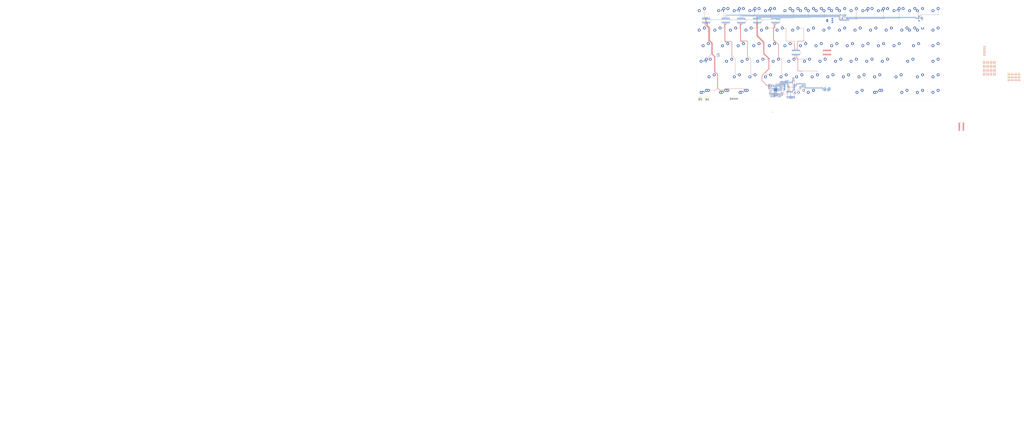
<source format=kicad_pcb>
(kicad_pcb (version 20240706) (generator "pcbnew") (generator_version "8.99")
  (layers (0 "F.Cu" signal) (31 "B.Cu" signal) (34 "B.Paste" user) (35 "F.Paste" user) (36 "B.SilkS" user "B.Silkscreen") (37 "F.SilkS" user "F.Silkscreen") (38 "B.Mask" user) (39 "F.Mask" user) (44 "Edge.Cuts" user))
  (net 0 "")
  (net 1 "+3.3V")
  (net 2 "GND")
  (net 3 "Net-(U3-PH0)")
  (net 4 "Net-(U3-PH1)")
  (net 5 "Net-(U3-VCAP_1)")
  (net 6 "Net-(U3-VCAP_2)")
  (net 7 "Net-(U13-XO)")
  (net 8 "Net-(U13-XI)")
  (net 9 "+5V")
  (net 10 "Net-(C23-Pad1)")
  (net 11 "Net-(U13-VDDA1.8)")
  (net 12 "Net-(D15-DOUT)")
  (net 13 "Net-(D15-DIN)")
  (net 14 "Net-(D33-DIN)")
  (net 15 "Net-(D80-DOUT)")
  (net 16 "RGB")
  (net 17 "Net-(D83-DOUT)")
  (net 18 "Net-(D84-DOUT)")
  (net 19 "Net-(D85-DOUT)")
  (net 20 "Net-(D87-DOUT)")
  (net 21 "Net-(D89-DOUT)")
  (net 22 "Net-(D91-DOUT)")
  (net 23 "Net-(D92-DOUT)")
  (net 25 "SWD")
  (net 26 "SWC")
  (net 27 "Net-(U3-BOOT0)")
  (net 28 "165_CS")
  (net 29 "Net-(U3-PC9)")
  (net 30 "GND1")
  (net 31 "USB_MUX")
  (net 32 "Net-(U13-VBUS)")
  (net 33 "Net-(U13-RBIAS)")
  (net 98 "esc")
  (net 99 "f1")
  (net 100 "f2")
  (net 101 "f3")
  (net 102 "t")
  (net 103 "y")
  (net 104 "u")
  (net 105 "i")
  (net 106 "o")
  (net 107 "p")
  (net 108 "[")
  (net 109 "]")
  (net 110 "\\")
  (net 111 "M2")
  (net 112 "RST")
  (net 113 "LATCH")
  (net 114 "SR_DOUT")
  (net 116 "SCK")
  (net 117 "Net-(U1-DS)")
  (net 118 "MISO")
  (net 119 "Data6")
  (net 121 "Data7")
  (net 124 "Data1")
  (net 128 "DIR")
  (net 131 "`")
  (net 135 "Data0")
  (net 138 "D+_FS")
  (net 139 "NXT")
  (net 140 "1")
  (net 142 "Data2")
  (net 143 "D-_FS")
  (net 144 "Data5")
  (net 145 "2")
  (net 148 "Data3")
  (net 149 "EEPROM")
  (net 150 "MOSI")
  (net 153 "STP")
  (net 154 "CLK")
  (net 157 "Data4")
  (net 159 "3")
  (net 160 "Net-(U4-DS)")
  (net 163 "Net-(U6-DS)")
  (net 164 "Net-(U11-Q7)")
  (net 166 "Net-(U10-D+)")
  (net 167 "Net-(U10-D-)")
  (net 168 "Net-(U10-1D-)")
  (net 169 "Net-(U10-1D+)")
  (net 170 "Net-(U11-DS)")
  (net 175 "Net-(U12-DS)")
  (net 181 "Net-(U14-DS)")
  (net 199 "Net-(J5-Pin_3)")
  (net 200 "Net-(J5-Pin_2)")
  (net 201 "tab")
  (net 202 "q")
  (net 203 "w")
  (net 204 "e")
  (net 205 "cap")
  (net 206 "a")
  (net 207 "s")
  (net 208 "d")
  (net 209 "L_S")
  (net 210 "z")
  (net 211 "x")
  (net 212 "c")
  (net 213 "L_Ctrl")
  (net 214 "L_Win")
  (net 215 "L_alt")
  (net 216 "f4")
  (net 217 "f5")
  (net 218 "f6")
  (net 219 "f7")
  (net 220 "f8")
  (net 221 "f9")
  (net 222 "f10")
  (net 223 "f11")
  (net 224 "f12")
  (net 225 "f13")
  (net 226 "M0")
  (net 227 "4")
  (net 228 "5")
  (net 229 "6")
  (net 230 "7")
  (net 231 "8")
  (net 232 "9")
  (net 233 "0")
  (net 234 "-")
  (net 235 "=")
  (net 236 "bckspc")
  (net 237 "M1")
  (net 238 "r")
  (net 239 "f")
  (net 240 "v")
  (net 241 "g")
  (net 242 "h")
  (net 243 "j")
  (net 244 "k")
  (net 245 "l")
  (net 246 ";")
  (net 247 "'")
  (net 248 "enter")
  (net 249 "M3")
  (net 250 "b")
  (net 251 "n")
  (net 252 "m")
  (net 253 ",")
  (net 254 ".")
  (net 255 "{slash}")
  (net 256 "R_S")
  (net 257 "up")
  (net 258 "M4")
  (net 259 "space")
  (net 260 "R_Ctrl")
  (net 261 "R_alt")
  (net 262 "left")
  (net 263 "down")
  (net 264 "right")
  (net 265 "M5")
  (footprint "MX_cherry:MXOnly-1U_N" (layer "F.Cu") (at 219.1 0.01)
    (property "Reference" "SW93" (hide yes))
    (property "Value" "SW_Push" (hide yes))
  )
  (footprint "MX_cherry:MXOnly-1.5U_N" (layer "F.Cu") (at 214.32 100.02)
    (property "Reference" "SW101" (hide yes))
    (property "Value" "SW_Push" (hide yes))
  )
  (footprint "Resistor_SMD:R_Array_Convex_4x0603" (layer "F.Cu") (at 357.09 65.705)
    (property "Reference" "RN8")
    (property "Value" "R_Pack04")
  )
  (footprint "MX_cherry:MXOnly-1U_N" (layer "F.Cu") (at 247.65 100.0125)
    (property "Reference" "SW88" (hide yes))
    (property "Value" "SW_Push" (hide yes))
  )
  (footprint "MX_cherry:MXOnly-1U_N" (layer "F.Cu") (at 185.7375 0)
    (property "Reference" "SW10" (hide yes))
    (property "Value" "SW_Push" (hide yes))
  )
  (footprint "MX_cherry:MXOnly-1U_N" (layer "F.Cu") (at 66.675 42.8625)
    (property "Reference" "SW34" (hide yes))
    (property "Value" "SW_Push" (hide yes))
  )
  (footprint "LED_SMD:LED_WS2812B-2020_PLCC4_2.0x2.0mm" (layer "F.Cu") (at 374.885 75.45)
    (property "Reference" "D15")
    (property "Value" "WS2812B-2020")
  )
  (footprint "MX_cherry:MXOnly-1U_N" (layer "F.Cu") (at 209.55 23.8125)
    (property "Reference" "SW27" (hide yes))
    (property "Value" "SW_Push" (hide yes))
  )
  (footprint "MX_cherry:MXOnly-1U_N" (layer "F.Cu") (at 100.0125 80.9625)
    (property "Reference" "SW65" (hide yes))
    (property "Value" "SW_Push" (hide yes))
  )
  (footprint "MX_cherry:MXOnly-1U_N" (layer "F.Cu") (at 47.625 42.8625)
    (property "Reference" "SW33" (hide yes))
    (property "Value" "SW_Push" (hide yes))
  )
  (footprint "LED_SMD:LED_WS2812B-2020_PLCC4_2.0x2.0mm" (layer "F.Cu") (at 387.155 75.45)
    (property "Reference" "D91")
    (property "Value" "WS2812B-2020")
  )
  (footprint "MX_cherry:MXOnly-1U_N" (layer "F.Cu") (at 257.2 0)
    (property "Reference" "SW95" (hide yes))
    (property "Value" "SW_Push" (hide yes))
  )
  (footprint "Resistor_SMD:R_Array_Convex_4x0603" (layer "F.Cu") (at 352.94 70.455)
    (property "Reference" "RN11")
    (property "Value" "R_Pack04")
  )
  (footprint "Resistor_SMD:R_0603_1608Metric" (layer "F.Cu") (at 344.9 41.76)
    (property "Reference" "R3")
    (property "Value" "10k")
  )
  (footprint "MX_cherry:MXOnly-1.5U_N" (layer "F.Cu") (at 261.938 42.8625)
    (property "Reference" "SW44" (hide yes))
    (property "Value" "SW_Push" (hide yes))
  )
  (footprint "MX_cherry:MXOnly-1U_N" (layer "F.Cu") (at 161.925 0)
    (property "Reference" "SW9" (hide yes))
    (property "Value" "SW_Push" (hide yes))
  )
  (footprint "MX_cherry:MXOnly-1U_N" (layer "F.Cu") (at 104.775 0)
    (property "Reference" "SW6" (hide yes))
    (property "Value" "SW_Push" (hide yes))
  )
  (footprint "MX_cherry:MXOnly-1U_N" (layer "F.Cu") (at 285.75 100.0125)
    (property "Reference" "SW90" (hide yes))
    (property "Value" "SW_Push" (hide yes))
  )
  (footprint "MX_cherry:MXOnly-1U_N" (layer "F.Cu") (at 85.74 0)
    (property "Reference" "SW80" (hide yes))
    (property "Value" "SW_Push" (hide yes))
  )
  (footprint "Resistor_SMD:R_Array_Convex_4x0603" (layer "F.Cu") (at 357.09 60.955)
    (property "Reference" "RN4")
    (property "Value" "R_Pack04")
  )
  (footprint "MX_cherry:MXOnly-1U_N" (layer "F.Cu") (at 23.8125 0)
    (property "Reference" "SW2" (hide yes))
    (property "Value" "SW_Push" (hide yes))
  )
  (footprint "MX_cherry:MXOnly-1U_N" (layer "F.Cu") (at 28.575 42.8625)
    (property "Reference" "SW32" (hide yes))
    (property "Value" "SW_Push" (hide yes))
  )
  (footprint "MX_cherry:MXOnly-1.75U_N" (layer "F.Cu") (at 7.144 61.9125)
    (property "Reference" "SW46" (hide yes))
    (property "Value" "SW_Push" (hide yes))
  )
  (footprint "MX_cherry:MXOnly-1U_N" (layer "F.Cu") (at 133.35 23.8125)
    (property "Reference" "SW23" (hide yes))
    (property "Value" "SW_Push" (hide yes))
  )
  (footprint "LED_SMD:LED_WS2812B-2020_PLCC4_2.0x2.0mm" (layer "F.Cu") (at 383.065 82.55)
    (property "Reference" "D89")
    (property "Value" "WS2812B-2020")
  )
  (footprint "Connector_JST:JST_EH_B4B-EH-A_1x04_P2.50mm_Vertical" (layer "F.Cu") (at 34.8 105.3)
    (property "Reference" "J1")
    (property "Value" "Conn_01x04_Pin")
  )
  (footprint "MX_cherry:MXOnly-1U_N" (layer "F.Cu") (at 52.3875 61.9125)
    (property "Reference" "SW48" (hide yes))
    (property "Value" "SW_Push" (hide yes))
  )
  (footprint "Resistor_SMD:R_Array_Convex_4x0603" (layer "F.Cu") (at 348.79 60.955)
    (property "Reference" "RN2")
    (property "Value" "R_Pack04")
  )
  (footprint "MX_cherry:MXOnly-1U_N" (layer "F.Cu") (at 71.4375 61.9125)
    (property "Reference" "SW49" (hide yes))
    (property "Value" "SW_Push" (hide yes))
  )
  (footprint "Resistor_SMD:R_Array_Convex_4x0603" (layer "F.Cu") (at 357.09 70.455)
    (property "Reference" "RN12")
    (property "Value" "R_Pack04")
  )
  (footprint "MX_cherry:MXOnly-1U_N" (layer "F.Cu") (at 38.1 23.8125)
    (property "Reference" "SW18" (hide yes))
    (property "Value" "SW_Push" (hide yes))
  )
  (footprint "MX_cherry:MXOnly-1U_N" (layer "F.Cu") (at 128.5875 61.9125)
    (property "Reference" "SW52" (hide yes))
    (property "Value" "SW_Push" (hide yes))
  )
  (footprint "MX_cherry:MXOnly-1U_N" (layer "F.Cu") (at 285.75 0)
    (property "Reference" "SW15" (hide yes))
    (property "Value" "SW_Push" (hide yes))
  )
  (footprint "Resistor_SMD:R_Array_Convex_4x0603" (layer "F.Cu") (at 344.64 75.205)
    (property "Reference" "RN13")
    (property "Value" "R_Pack04")
  )
  (footprint "Resistor_SMD:R_Array_Convex_4x0603" (layer "F.Cu") (at 348.79 70.455)
    (property "Reference" "RN10")
    (property "Value" "R_Pack04")
  )
  (footprint "MX_cherry:MXOnly-1U_N" (layer "F.Cu") (at 85.725 42.8625)
    (property "Reference" "SW35" (hide yes))
    (property "Value" "SW_Push" (hide yes))
  )
  (footprint "MX_cherry:MXOnly-1U_N" (layer "F.Cu") (at 200.06 0)
    (property "Reference" "SW92" (hide yes))
    (property "Value" "SW_Push" (hide yes))
  )
  (footprint "MX_cherry:MXOnly-1.25U_N" (layer "F.Cu") (at 50.006 100.0125)
    (property "Reference" "SW78" (hide yes))
    (property "Value" "SW_Push" (hide yes))
  )
  (footprint "MX_cherry:MXOnly-1U_N" (layer "F.Cu") (at 66.69 0)
    (property "Reference" "SW79" (hide yes))
    (property "Value" "SW_Push" (hide yes))
  )
  (footprint "Resistor_SMD:R_Array_Convex_4x0603" (layer "F.Cu") (at 352.94 60.955)
    (property "Reference" "RN3")
    (property "Value" "R_Pack04")
  )
  (footprint "MX_cherry:MXOnly-1U_N" (layer "F.Cu") (at 28.61 100.015)
    (property "Reference" "SW97" (hide yes))
    (property "Value" "SW_Push" (hide yes))
  )
  (footprint "MX_cherry:MXOnly-1U_N" (layer "F.Cu") (at 195.2625 80.9625)
    (property "Reference" "SW70" (hide yes))
    (property "Value" "SW_Push" (hide yes))
  )
  (footprint "LED_SMD:LED_WS2812B-2020_PLCC4_2.0x2.0mm" (layer "F.Cu") (at 387.155 79)
    (property "Reference" "D92")
    (property "Value" "WS2812B-2020")
  )
  (footprint "MX_cherry:MXOnly-1U_N" (layer "F.Cu") (at 61.9125 0)
    (property "Reference" "SW4" (hide yes))
    (property "Value" "SW_Push" (hide yes))
  )
  (footprint "MX_cherry:MXOnly-1U_N" (layer "F.Cu") (at 238.15 0)
    (property "Reference" "SW94" (hide yes))
    (property "Value" "SW_Push" (hide yes))
  )
  (footprint "MX_cherry:MXOnly-1.5U_N" (layer "F.Cu") (at 4.763 42.8625)
    (property "Reference" "SW31" (hide yes))
    (property "Value" "SW_Push" (hide yes))
  )
  (footprint "MX_cherry:MXOnly-1U_N" (layer "F.Cu") (at 76.2 23.8125)
    (property "Reference" "SW20" (hide yes))
    (property "Value" "SW_Push" (hide yes))
  )
  (footprint "MX_cherry:MXOnly-1U_N" (layer "F.Cu") (at 123.825 0)
    (property "Reference" "SW7" (hide yes))
    (property "Value" "SW_Push" (hide yes))
  )
  (footprint "MX_cherry:MXOnly-1U_N" (layer "F.Cu") (at 47.65 -0.01)
    (property "Reference" "SW74" (hide yes))
    (property "Value" "SW_Push" (hide yes))
  )
  (footprint "MX_cherry:MXOnly-1U_N" (layer "F.Cu") (at 166.6875 61.9125)
    (property "Reference" "SW54" (hide yes))
    (property "Value" "SW_Push" (hide yes))
  )
  (footprint "MX_cherry:MXOnly-1.25U_N" (layer "F.Cu") (at 216.6935 100.0125)
    (property "Reference" "SW86" (hide yes))
    (property "Value" "SW_Push" (hide yes))
  )
  (footprint "LED_SMD:LED_WS2812B-2020_PLCC4_2.0x2.0mm" (layer "F.Cu") (at 383.065 79)
    (property "Reference" "D88")
    (property "Value" "WS2812B-2020")
  )
  (footprint "MX_cherry:MXOnly-1U_N" (layer "F.Cu") (at 190.5 23.8125)
    (property "Reference" "SW26" (hide yes))
    (property "Value" "SW_Push" (hide yes))
  )
  (footprint "MX_cherry:MXOnly-1U_N" (layer "F.Cu") (at 266.7 80.9625)
    (property "Reference" "SW73" (hide yes))
    (property "Value" "SW_Push" (hide yes))
  )
  (footprint "MX_cherry:MXOnly-1U_N" (layer "F.Cu") (at 119.0625 80.9625)
    (property "Reference" "SW66" (hide yes))
    (property "Value" "SW_Push" (hide yes))
  )
  (footprint "Resistor_SMD:R_0603_1608Metric" (layer "F.Cu") (at 344.9 49.29)
    (property "Reference" "R6")
    (property "Value" "0")
  )
  (footprint "MX_cherry:MXOnly-1U_N" (layer "F.Cu") (at 57.15 23.8125)
    (property "Reference" "SW19" (hide yes))
    (property "Value" "SW_Push" (hide yes))
  )
  (footprint "MX_cherry:MXOnly-1U_N" (layer "F.Cu") (at 90.4875 61.9125)
    (property "Reference" "SW50" (hide yes))
    (property "Value" "SW_Push" (hide yes))
  )
  (footprint "MX_cherry:MXOnly-1U_N" (layer "F.Cu") (at 138.1125 80.9625)
    (property "Reference" "SW67" (hide yes))
    (property "Value" "SW_Push" (hide yes))
  )
  (footprint "MX_cherry:MXOnly-7U-ReversedStabilizers_N" (layer "F.Cu") (at 133.36 100.015)
    (property "Reference" "SW99" (hide yes))
    (property "Value" "SW_Push" (hide yes))
  )
  (footprint "LED_SMD:LED_WS2812B-2020_PLCC4_2.0x2.0mm" (layer "F.Cu") (at 383.065 75.45)
    (property "Reference" "D87")
    (property "Value" "WS2812B-2020")
  )
  (footprint "MX_cherry:MXOnly-1U_N" (layer "F.Cu") (at 223.8375 61.9125)
    (property "Reference" "SW57" (hide yes))
    (property "Value" "SW_Push" (hide yes))
  )
  (footprint "MX_cherry:MXOnly-1U_N" (layer "F.Cu") (at 200.025 42.8625)
    (property "Reference" "SW41" (hide yes))
    (property "Value" "SW_Push" (hide yes))
  )
  (footprint "MX_cherry:MXOnly-1U_N" (layer "F.Cu") (at 109.5375 61.9125)
    (property "Reference" "SW51" (hide yes))
    (property "Value" "SW_Push" (hide yes))
  )
  (footprint "MX_cherry:MXOnly-6.25U-FLIPPED-ReversedStabilizers_N" (layer "F.Cu") (at 121.4435 100.0125)
    (property "Reference" "SW82" (hide yes))
    (property "Value" "SW_Push" (hide yes))
  )
  (footprint "Resistor_SMD:R_0603_1608Metric" (layer "F.Cu") (at 344.9 44.27)
    (property "Reference" "R4")
    (property "Value" "0")
  )
  (footprint "MX_cherry:MXOnly-1U_N" (layer "F.Cu") (at 171.45 23.8125)
    (property "Reference" "SW25" (hide yes))
    (property "Value" "SW_Push" (hide yes))
  )
  (footprint "MX_cherry:MXOnly-1U_N" (layer "F.Cu") (at 228.6 23.8125)
    (property "Reference" "SW28" (hide yes))
    (property "Value" "SW_Push" (hide yes))
  )
  (footprint "MX_cherry:MXOnly-1.75U_N" (layer "F.Cu") (at 240.5065 80.9625)
    (property "Reference" "SW72" (hide yes))
    (property "Value" "SW_Push" (hide yes))
  )
  (footprint "MX_cherry:MXOnly-1U_N" (layer "F.Cu") (at 266.7 100.0125)
    (property "Reference" "SW89" (hide yes))
    (property "Value" "SW_Push" (hide yes))
  )
  (footprint "MX_cherry:MXOnly-1U_N" (layer "F.Cu") (at 242.8875 0)
    (property "Reference" "SW13" (hide yes))
    (property "Value" "SW_Push" (hide yes))
  )
  (footprint "Connector_JST:JST_XH_B2B-XH-A_1x02_P2.50mm_Vertical" (layer "F.Cu") (at -3.7 106.1)
    (property "Reference" "SWboot1")
    (property "Value" "SW_Push")
  )
  (footprint "MX_cherry:MXOnly-1U_N" (layer "F.Cu") (at 142.875 42.8625)
    (property "Reference" "SW38" (hide yes))
    (property "Value" "SW_Push" (hide yes))
  )
  (footprint "LED_SMD:LED_WS2812B-2020_PLCC4_2.0x2.0mm" (layer "F.Cu") (at 378.975 82.55)
    (property "Reference" "D85")
    (property "Value" "WS2812B-2020")
  )
  (footprint "Resistor_SMD:R_0603_1608Metric" (layer "F.Cu") (at 344.9 46.78)
    (property "Reference" "R5")
    (property "Value" "0")
  )
  (footprint "Resistor_SMD:R_Array_Convex_4x0603" (layer "F.Cu") (at 357.09 75.205)
    (property "Reference" "RN16")
    (property "Value" "R_Pack04")
  )
  (footprint "Resistor_SMD:R_Array_Convex_4x0603" (layer "F.Cu") (at 344.64 60.955)
    (property "Reference" "RN1")
    (property "Value" "R_Pack04")
  )
  (footprint "MX_cherry:MXOnly-1U_N" (layer "F.Cu") (at 0 23.8125)
    (property "Reference" "SW16" (hide yes))
    (property "Value" "SW_Push" (hide yes))
  )
  (footprint "LED_SMD:LED_WS2812B-2020_PLCC4_2.0x2.0mm" (layer "F.Cu") (at 387.155 82.55)
    (property "Reference" "D98")
    (property "Value" "WS2812B-2020")
  )
  (footprint "MX_cherry:MXOnly-1U_N" (layer "F.Cu") (at 42.8625 0)
    (property "Reference" "SW3" (hide yes))
    (property "Value" "SW_Push" (hide yes))
  )
  (footprint "MX_cherry:MXOnly-1U_N" (layer "F.Cu") (at 0 0)
    (property "Reference" "SW1" (hide yes))
    (property "Value" "SW_Push" (hide yes))
  )
  (footprint "MX_cherry:MXOnly-1U_N" (layer "F.Cu") (at 152.44 -0.01)
    (property "Reference" "SW84" (hide yes))
    (property "Value" "SW_Push" (hide yes))
  )
  (footprint "MX_cherry:MXOnly-1U_N" (layer "F.Cu") (at 180.975 42.8625)
    (property "Reference" "SW40" (hide yes))
    (property "Value" "SW_Push" (hide yes))
  )
  (footprint "MX_cherry:MXOnly-1U_N" (layer "F.Cu") (at 285.75 61.9125)
    (property "Reference" "SW60" (hide yes))
    (property "Value" "SW_Push" (hide yes))
  )
  (footprint "MX_cherry:MXOnly-1U_N" (layer "F.Cu") (at 185.7375 61.9125)
    (property "Reference" "SW55" (hide yes))
    (property "Value" "SW_Push" (hide yes))
  )
  (footprint "MX_cherry:MXOnly-1U_N" (layer "F.Cu") (at 171.5 -0.01)
    (property "Reference" "SW91" (hide yes))
    (property "Value" "SW_Push" (hide yes))
  )
  (footprint "MX_cherry:MXOnly-1.25U_N" (layer "F.Cu") (at 2.381 100.0125)
    (property "Reference" "SW76" (hide yes))
    (property "Value" "SW_Push" (hide yes))
  )
  (footprint "MX_cherry:MXOnly-1.5U_N" (layer "F.Cu") (at 4.81 100.02)
    (property "Reference" "SW96" (hide yes))
    (property "Value" "SW_Push" (hide yes))
  )
  (footprint "Package_SO:SOP-16_3.9x9.9mm_P1.27mm" (layer "F.Cu") (at 316.67 139.525)
    (property "Reference" "U15")
    (property "Value" "74HC165")
  )
  (footprint "MX_cherry:MXOnly-1U_N" (layer "F.Cu") (at 223.8375 0)
    (property "Reference" "SW12" (hide yes))
    (property "Value" "SW_Push" (hide yes))
  )
  (footprint "MX_cherry:MXOnly-1U_N" (layer "F.Cu") (at 285.75 80.9625)
    (property "Reference" "SW75" (hide yes))
    (property "Value" "SW_Push" (hide yes))
  )
  (footprint "Resistor_SMD:R_Array_Convex_4x0603" (layer "F.Cu") (at 344.64 65.705)
    (property "Reference" "RN5")
    (property "Value" "R_Pack04")
  )
  (footprint "MX_cherry:MXOnly-1U_N" (layer "F.Cu") (at 214.3125 80.9625)
    (property "Reference" "SW71" (hide yes))
    (property "Value" "SW_Push" (hide yes))
  )
  (footprint "MX_cherry:MXOnly-1U_N" (layer "F.Cu") (at 266.7 23.8125)
    (property "Reference" "SW87" (hide yes))
    (property "Value" "SW_Push" (hide yes))
  )
  (footprint "MX_cherry:MXOnly-1.5U_N" (layer "F.Cu") (at 52.4 100.03)
    (property "Reference" "SW98" (hide yes))
    (property "Value" "SW_Push" (hide yes))
  )
  (footprint "Connector_JST:JST_XH_B2B-XH-A_1x02_P2.50mm_Vertical" (layer "F.Cu") (at 4.7 106.1)
    (property "Reference" "SWboot2")
    (property "Value" "SW_Push")
  )
  (footprint "MX_cherry:MXOnly-1U_N" (layer "F.Cu") (at 33.3375 61.9125)
    (property "Reference" "SW47" (hide yes))
    (property "Value" "SW_Push" (hide yes))
  )
  (footprint "MX_cherry:MXOnly-1U_N" (layer "F.Cu") (at 123.825 42.8625)
    (property "Reference" "SW37" (hide yes))
    (property "Value" "SW_Push" (hide yes))
  )
  (footprint "MX_cherry:MXOnly-1U_N" (layer "F.Cu") (at 204.7875 61.9125)
    (property "Reference" "SW56" (hide yes))
    (property "Value" "SW_Push" (hide yes))
  )
  (footprint "MX_cherry:MXOnly-1U_N" (layer "F.Cu") (at 95.25 23.8125)
    (property "Reference" "SW21" (hide yes))
    (property "Value" "SW_Push" (hide yes))
  )
  (footprint "MX_cherry:MXOnly-1U_N" (layer "F.Cu") (at 161.925 42.8625)
    (property "Reference" "SW39" (hide yes))
    (property "Value" "SW_Push" (hide yes))
  )
  (footprint "Package_SO:SOP-16_3.9x9.9mm_P1.27mm" (layer "F.Cu") (at 152.4 48.6 90)
    (property "Reference" "U14")
    (property "Value" "74HC165")
  )
  (footprint "MX_cherry:MXOnly-2.25U_N" (layer "F.Cu") (at 11.9806 80.9625)
    (property "Reference" "SW61" (hide yes))
    (property "Value" "SW_Push" (hide yes))
  )
  (footprint "MX_cherry:MXOnly-1U_N" (layer "F.Cu") (at 285.75 42.8625)
    (property "Reference" "SW45" (hide yes))
    (property "Value" "SW_Push" (hide yes))
  )
  (footprint "MX_cherry:MXOnly-1U_N" (layer "F.Cu") (at 147.6375 61.9125)
    (property "Reference" "SW53" (hide yes))
    (property "Value" "SW_Push" (hide yes))
  )
  (footprint "LED_SMD:LED_WS2812B-2020_PLCC4_2.0x2.0mm" (layer "F.Cu") (at 378.975 75.45)
    (property "Reference" "D83")
    (property "Value" "WS2812B-2020")
  )
  (footprint "Resistor_SMD:R_Array_Convex_4x0603" (layer "F.Cu") (at 348.79 65.705)
    (property "Reference" "RN6")
    (property "Value" "R_Pack04")
  )
  (footprint "LED_SMD:LED_WS2812B-2020_PLCC4_2.0x2.0mm" (layer "F.Cu") (at 378.975 79)
    (property "Reference" "D84")
    (property "Value" "WS2812B-2020")
  )
  (footprint "Resistor_SMD:R_0603_1608Metric" (layer "F.Cu") (at 344.9 51.8)
    (property "Reference" "R7")
    (property "Value" "0")
  )
  (footprint "MX_cherry:MXOnly-1U_N" (layer "F.Cu") (at 28.62 -0.02)
    (property "Reference" "SW59" (hide yes))
    (property "Value" "SW_Push" (hide yes))
  )
  (footprint "MX_cherry:MXOnly-1U_N" (layer "F.Cu") (at 176.2125 80.9625)
    (property "Reference" "SW69" (hide yes))
    (property "Value" "SW_Push" (hide yes))
  )
  (footprint "MX_cherry:MXOnly-1U_N" (layer "F.Cu") (at 114.34 0.01)
    (property "Reference" "SW81" (hide yes))
    (property "Value" "SW_Push" (hide yes))
  )
  (footprint "MX_cherry:MXOnly-1U_N" (layer "F.Cu") (at 114.3 23.8125)
    (property "Reference" "SW22" (hide yes))
    (property "Value" "SW_Push" (hide yes))
  )
  (footprint "MX_cherry:MXOnly-1U_N" (layer "F.Cu") (at 204.7875 0)
    (property "Reference" "SW11" (hide yes))
    (property "Value" "SW_Push" (hide yes))
  )
  (footprint "MX_cherry:MXOnly-1U_N" (layer "F.Cu") (at 266.7 0)
    (property "Reference" "SW14" (hide yes))
    (property "Value" "SW_Push" (hide yes))
  )
  (footprint "MX_cherry:MXOnly-1U_N" (layer "F.Cu") (at 285.75 23.8125)
    (property "Reference" "SW30" (hide yes))
    (property "Value" "SW_Push" (hide yes))
  )
  (footprint "Resistor_SMD:R_Array_Convex_4x0603" (layer "F.Cu") (at 348.79 75.205)
    (property "Reference" "RN14")
    (property "Value" "R_Pack04")
  )
  (footprint "Resistor_SMD:R_Array_Convex_4x0603" (layer "F.Cu") (at 352.94 65.705)
    (property "Reference" "RN7")
    (property "Value" "R_Pack04")
  )
  (footprint "MX_cherry:MXOnly-1U_N" (layer "F.Cu") (at 157.1625 80.9625)
    (property "Reference" "SW68" (hide yes))
    (property "Value" "SW_Push" (hide yes))
  )
  (footprint "MX_cherry:MXOnly-1U_N" (layer "F.Cu") (at 133.4 0)
    (property "Reference" "SW83" (hide yes))
    (property "Value" "SW_Push" (hide yes))
  )
  (footprint "MX_cherry:MXOnly-1U_N" (layer "F.Cu") (at 19.05 23.8125)
    (property "Reference" "SW17" (hide yes))
    (property "Value" "SW_Push" (hide yes))
  )
  (footprint "LED_SMD:LED_WS2812B-2020_PLCC4_2.0x2.0mm" (layer "F.Cu") (at 374.885 79)
    (property "Reference" "D33")
    (property "Value" "WS2812B-2020")
  )
  (footprint "LED_SMD:LED_WS2812B-2020_PLCC4_2.0x2.0mm" (layer "F.Cu") (at 374.885 82.55)
    (property "Reference" "D80")
    (property "Value" "WS2812B-2020")
  )
  (footprint "MX_cherry:MXOnly-1.25U_N" (layer "F.Cu") (at 2.381 61.9125)
    (property "Reference" "SW100" (hide yes))
    (property "Value" "SW_Push" (hide yes))
  )
  (footprint "MX_cherry:MXOnly-1U_N" (layer "F.Cu") (at 238.125 42.8625)
    (property "Reference" "SW43" (hide yes))
    (property "Value" "SW_Push" (hide yes))
  )
  (footprint "MX_cherry:MXOnly-2.25U_N" (layer "F.Cu") (at 254.8681 61.9125)
    (property "Reference" "SW58" (hide yes))
    (property "Value" "SW_Push" (hide yes))
  )
  (footprint "MX_cherry:MXOnly-1U_N" (layer "F.Cu") (at 80.9625 80.9625)
    (property "Reference" "SW64" (hide yes))
    (property "Value" "SW_Push" (hide yes))
  )
  (footprint "MX_cherry:MXOnly-1U_N" (layer "F.Cu") (at 61.9125 80.9625)
    (property "Reference" "SW63" (hide yes))
    (property "Value" "SW_Push" (hide yes))
  )
  (footprint "MX_cherry:MXOnly-1.25U_N" (layer "F.Cu") (at 26.1935 100.0125)
    (property "Reference" "SW77" (hide yes))
    (property "Value" "SW_Push" (hide yes))
  )
  (footprint "MX_cherry:MXOnly-1U_N" (layer "F.Cu") (at 104.775 42.8625)
    (property "Reference" "SW36" (hide yes))
    (property "Value" "SW_Push" (hide yes))
  )
  (footprint "MX_cherry:MXOnly-2U_N" (layer "F.Cu") (at 257.175 23.8125)
    (property "Reference" "SW1001" (hide yes))
    (property "Value" "SW_Push" (hide yes))
  )
  (footprint "MX_cherry:MXOnly-1U_N" (layer "F.Cu") (at 152.4 23.8125)
    (property "Reference" "SW24" (hide yes))
    (property "Value" "SW_Push" (hide yes))
  )
  (footprint "MX_cherry:MXOnly-1U_N" (layer "F.Cu") (at 142.875 0)
    (property "Reference" "SW8" (hide yes))
    (property "Value" "SW_Push" (hide yes))
  )
  (footprint "MX_cherry:MXOnly-1U_N" (layer "F.Cu") (at 247.65 23.8125)
    (property "Reference" "SW29" (hide yes))
    (property "Value" "SW_Push" (hide yes))
  )
  (footprint "MX_cherry:MXOnly-1U_N" (layer "F.Cu") (at 80.9625 0)
    (property "Reference" "SW5" (hide yes))
    (property "Value" "SW_Push" (hide yes))
  )
  (footprint "Resistor_SMD:R_Array_Convex_4x0603" (layer "F.Cu") (at 344.64 70.455)
    (property "Reference" "RN9")
    (property "Value" "R_Pack04")
  )
  (footprint "MX_cherry:MXOnly-1.25U_N" (layer "F.Cu") (at 192.881 100.0125)
    (property "Reference" "SW85" (hide yes))
    (property "Value" "SW_Push" (hide yes))
  )
  (footprint "Resistor_SMD:R_Array_Convex_4x0603" (layer "F.Cu") (at 352.94 75.205)
    (property "Reference" "RN15")
    (property "Value" "R_Pack04")
  )
  (footprint "MX_cherry:MXOnly-1U_N" (layer "F.Cu") (at 42.8625 80.9625)
    (property "Reference" "SW62" (hide yes))
    (property "Value" "SW_Push" (hide yes))
  )
  (footprint "MX_cherry:MXOnly-1U_N" (layer "F.Cu") (at 219.075 42.8625)
    (property "Reference" "SW42" (hide yes))
    (property "Value" "SW_Push" (hide yes))
  )
  (footprint "Capacitor_SMD:C_0603_1608Metric" (layer "B.Cu") (at 111.2 103.325 90)
    (property "Reference" "C14")
    (property "Value" "9pf")
  )
  (footprint "Capacitor_SMD:C_0603_1608Metric" (layer "B.Cu") (at 93.9 102.35 180)
    (property "Reference" "C24")
    (property "Value" "1uF")
  )
  (footprint "Capacitor_SMD:C_0603_1608Metric" (layer "B.Cu") (at 123.01 90.8 180)
    (property "Reference" "C3")
    (property "Value" "0.1uF")
  )
  (footprint "Package_DFN_QFN:QFN-32-1EP_5x5mm_P0.5mm_EP3.45x3.45mm" (layer "B.Cu") (at 89.45 94.1)
    (property "Reference" "U13")
    (property "Value" "USB3300-EZK")
  )
  (footprint "Capacitor_SMD:C_0603_1608Metric" (layer "B.Cu") (at 113.425 97.14)
    (property "Reference" "C5")
    (property "Value" "0.1uF")
  )
  (footprint "Package_SO:SOP-16_3.9x9.9mm_P1.27mm" (layer "B.Cu") (at 4.505 9.5 90)
    (property "Reference" "U1")
    (property "Value" "74HC165")
  )
  (footprint "Capacitor_SMD:C_0603_1608Metric" (layer "B.Cu") (at 120 90.8)
    (property "Reference" "C10")
    (property "Value" "0.1uF")
  )
  (footprint "Capacitor_SMD:C_0603_1608Metric" (layer "B.Cu") (at 120 92.3)
    (property "Reference" "C9")
    (property "Value" "1uF")
  )
  (footprint "Resistor_SMD:R_0603_1608Metric" (layer "B.Cu") (at 84.3 101.6 -90)
    (property "Reference" "R13")
    (property "Value" "1k")
  )
  (footprint "Package_DFN_QFN:Texas_UQFN-10_1.5x2mm_P0.5mm" (layer "B.Cu") (at 83.425 93.15 180)
    (property "Reference" "U10")
    (property "Value" "TS3USB221RSER" (hide yes))
  )
  (footprint "Capacitor_SMD:C_0603_1608Metric" (layer "B.Cu") (at 111.275 81.25)
    (property "Reference" "C7")
    (property "Value" "1uF")
  )
  (footprint "Capacitor_SMD:C_0603_1608Metric" (layer "B.Cu") (at 87.3 100.025 90)
    (property "Reference" "C21")
    (property "Value" "9pf")
  )
  (footprint "Capacitor_SMD:C_0603_1608Metric" (layer "B.Cu") (at 86.6 102.35 180)
    (property "Reference" "C25")
    (property "Value" "1uF")
  )
  (footprint "Package_TO_SOT_SMD:SOT-223-3_TabPin2" (layer "B.Cu") (at 155.85 9.5 180)
    (property "Reference" "U7")
    (property "Value" "AMS1117")
  )
  (footprint "Resistor_SMD:R_0603_1608Metric" (layer "B.Cu") (at -2.575 104)
    (property "Reference" "R1")
    (property "Value" "10k")
  )
  (footprint "Connector_JST:JST_SH_SM04B-SRSS-TB_1x04-1MP_P1.00mm_Horizontal" (layer "B.Cu") (at 174 4.9 180)
    (property "Reference" "J5")
    (property "Value" "Conn_01x04_Pin")
  )
  (footprint "Capacitor_SMD:C_0603_1608Metric" (layer "B.Cu") (at 123 89.29 180)
    (property "Reference" "C13")
    (property "Value" "1uF")
  )
  (footprint "Package_SO:SOP-16_3.9x9.9mm_P1.27mm" (layer "B.Cu") (at 67.1 9.525 90)
    (property "Reference" "U8")
    (property "Value" "74HC165")
  )
  (footprint "Package_SO:SOP-16_3.9x9.9mm_P1.27mm" (layer "B.Cu") (at 28.6 9.5 90)
    (property "Reference" "U4")
    (property "Value" "74HC165")
  )
  (footprint "Capacitor_SMD:C_0603_1608Metric" (layer "B.Cu") (at 103.9 103.325 -90)
    (property "Reference" "C16")
    (property "Value" "2.2uF")
  )
  (footprint "Capacitor_SMD:C_0603_1608Metric" (layer "B.Cu") (at 82.825 99.3 180)
    (property "Reference" "C2")
    (property "Value" "0.1uF")
  )
  (footprint "Connector_JST:JST_SH_SM04B-SRSS-TB_1x04-1MP_P1.00mm_Horizontal" (layer "B.Cu") (at 266.7 7 90)
    (property "Reference" "J7")
    (property "Value" "Conn_01x04_Pin")
  )
  (footprint "Package_SO:SOP-16_3.9x9.9mm_P1.27mm" (layer "B.Cu") (at 89.4 9.5 90)
    (property "Reference" "U11")
    (property "Value" "74HC165")
  )
  (footprint "Capacitor_SMD:C_0603_1608Metric" (layer "B.Cu") (at 97.225 100.8 180)
    (property "Reference" "C12")
    (property "Value" "0.1uF")
  )
  (footprint "Resistor_SMD:R_0603_1608Metric" (layer "B.Cu") (at 87.2 89.5 90)
    (property "Reference" "R10")
    (property "Value" "10k")
  )
  (footprint "Package_QFP:LQFP-64_10x10mm_P0.5mm" (layer "B.Cu") (at 106.5 91 90)
    (property "Reference" "U3")
    (property "Value" "STM32F405RGTx")
  )
  (footprint "Resistor_SMD:R_0603_1608Metric" (layer "B.Cu") (at 19.675 49.9)
    (property "Reference" "R2")
    (property "Value" "10k")
  )
  (footprint "Capacitor_SMD:C_0603_1608Metric" (layer "B.Cu") (at 93.1 100.05 90)
    (property "Reference" "C20")
    (property "Value" "9pf")
  )
  (footprint "Capacitor_SMD:C_0603_1608Metric" (layer "B.Cu") (at 97.2 97.7)
    (property "Reference" "C19")
    (property "Value" "1uF")
  )
  (footprint "Capacitor_SMD:C_0603_1608Metric" (layer "B.Cu") (at 82.825 97.8 180)
    (property "Reference" "C1")
    (property "Value" "0.1uF")
  )
  (footprint "Capacitor_SMD:C_0603_1608Metric" (layer "B.Cu") (at 111.275 79.79)
    (property "Reference" "C8")
    (property "Value" "0.1uF")
  )
  (footprint "Capacitor_SMD:C_0603_1608Metric" (layer "B.Cu") (at 90.925 88 180)
    (property "Reference" "C22")
    (property "Value" "1uF")
  )
  (footprint "Package_SO:SOIC-8_3.9x4.9mm_P1.27mm" (layer "B.Cu") (at 152.5 93.3)
    (property "Reference" "U5")
    (property "Value" "MB85RS16")
  )
  (footprint "Crystal:Crystal_SMD_3225-4Pin_3.2x2.5mm" (layer "B.Cu") (at 108.3 103.5)
    (property "Reference" "Y1")
    (property "Value" "Crystal_GND24_Small")
  )
  (footprint "Capacitor_SMD:C_0603_1608Metric" (layer "B.Cu") (at 112.7 103.325 -90)
    (property "Reference" "C17")
    (property "Value" "2.2uF")
  )
  (footprint "Capacitor_SMD:C_0603_1608Metric" (layer "B.Cu") (at 97.225 99.28 180)
    (property "Reference" "C11")
    (property "Value" "1uF")
  )
  (footprint "Capacitor_SMD:C_0603_1608Metric" (layer "B.Cu") (at 105.4 103.325 -90)
    (property "Reference" "C15" (hide yes))
    (property "Value" "9pf")
  )
  (footprint "Package_TO_SOT_SMD:SOT-23-6" (layer "B.Cu") (at 83.1375 89.65 180)
    (property "Reference" "U9")
    (property "Value" "USBLC6-2SC6")
  )
  (footprint "Package_TO_SOT_SMD:SOT-23-5" (layer "B.Cu") (at 19.1 52.4 180)
    (property "Reference" "U2")
    (property "Value" "SN74LVC1G125DBV")
  )
  (footprint "Capacitor_SMD:C_0603_1608Metric" (layer "B.Cu") (at 113.425 98.67)
    (property "Reference" "C4")
    (property "Value" "0.1uF")
  )
  (footprint "Capacitor_SMD:C_0603_1608Metric" (layer "B.Cu") (at 96.7 84)
    (property "Reference" "C18")
    (property "Value" "1uF")
  )
  (footprint "Capacitor_SMD:C_0603_1608Metric" (layer "B.Cu") (at 111.275 82.7)
    (property "Reference" "C6")
    (property "Value" "0.1uF")
  )
  (footprint "Resistor_SMD:R_0603_1608Metric" (layer "B.Cu") (at 85.8 100 -90)
    (property "Reference" "R11")
    (property "Value" "1k")
  )
  (footprint "Package_SO:SOP-16_3.9x9.9mm_P1.27mm" (layer "B.Cu") (at 47.7 9.6 90)
    (property "Reference" "U6")
    (property "Value" "74HC165")
  )
  (footprint "Capacitor_SMD:C_0603_1608Metric" (layer "B.Cu") (at 94.6 100.05 -90)
    (property "Reference" "C23" (hide yes))
    (property "Value" "1uF")
  )
  (footprint "Package_SO:SOP-16_3.9x9.9mm_P1.27mm" (layer "B.Cu") (at 114.3 48.6 90)
    (property "Reference" "U12")
    (property "Value" "74HC165")
  )
  (footprint "Crystal:Crystal_SMD_3225-4Pin_3.2x2.5mm" (layer "B.Cu") (at 90.2 100.25)
    (property "Reference" "Y2")
    (property "Value" "24mhz")
  )
  (footprint "Resistor_SMD:R_0603_1608Metric" (layer "B.Cu") (at 83.375 95.4)
    (property "Reference" "R12")
    (property "Value" "1k")
  )
  (gr_line (start 189 108.8) (end 187.8 107.2) (stroke (width 0.05)) (layer "Edge.Cuts"))
  (gr_line (start 192.1 108.8) (end 193.3 107.2) (stroke (width 0.05)) (layer "Edge.Cuts"))
  (gr_line (start 173 108.8) (end 174.2 107.2) (stroke (width 0.05)) (layer "Edge.Cuts"))
  (gr_arc (start -7.2 -4.2) (mid -6.32132 -6.32132) (end -4.2 -7.2) (stroke (width 0.05)) (layer "Edge.Cuts"))
  (gr_line (start 169.9 108.8) (end 173 108.8) (stroke (width 0.05)) (layer "Edge.Cuts"))
  (gr_line (start 77.8 108.8) (end 79 107.2) (stroke (width 0.05)) (layer "Edge.Cuts"))
  (gr_arc (start 293 104.2) (mid 292.12132 106.32132) (end 290 107.2) (stroke (width 0.05)) (layer "Edge.Cuts"))
  (gr_line (start 293 104.2) (end 293 -4.2) (stroke (width 0.05)) (layer "Edge.Cuts"))
  (gr_line (start 169.9 108.8) (end 168.7 107.2) (stroke (width 0.05)) (layer "Edge.Cuts"))
  (gr_line (start 174.2 107.2) (end 187.8 107.2) (stroke (width 0.05)) (layer "Edge.Cuts"))
  (gr_line (start -4.2 107.2) (end 68.6 107.2) (stroke (width 0.05)) (layer "Edge.Cuts"))
  (gr_line (start 69.8 108.8) (end 77.8 108.8) (stroke (width 0.05)) (layer "Edge.Cuts"))
  (gr_line (start 290 -7.2) (end -4.2 -7.2) (stroke (width 0.05)) (layer "Edge.Cuts"))
  (gr_line (start 69.8 108.8) (end 68.6 107.2) (stroke (width 0.05)) (layer "Edge.Cuts"))
  (gr_arc (start -4.2 107.2) (mid -6.32132 106.32132) (end -7.2 104.2) (stroke (width 0.05)) (layer "Edge.Cuts"))
  (gr_line (start 79 107.2) (end 168.7 107.2) (stroke (width 0.05)) (layer "Edge.Cuts"))
  (gr_line (start 189 108.8) (end 192.1 108.8) (stroke (width 0.05)) (layer "Edge.Cuts"))
  (gr_line (start 193.3 107.2) (end 290 107.2) (stroke (width 0.05)) (layer "Edge.Cuts"))
  (gr_line (start -7.2 -4.2) (end -7.2 104.2) (stroke (width 0.05)) (layer "Edge.Cuts"))
  (gr_arc (start 290 -7.2) (mid 292.12132 -6.32132) (end 293 -4.2) (stroke (width 0.05)) (layer "Edge.Cuts"))
  (segment (start 88.5 97.9) (end 88.60493 98.00493) (width 0.2) (layer "F.Cu") (net 1))
  (segment (start 88.60493 98.00493) (end 88.60493 102.802523) (width 0.2) (layer "F.Cu") (net 1))
  (segment (start 110.3 94.5) (end 110.3 86.5) (width 0.2) (layer "F.Cu") (net 1))
  (segment (start 98.5 84) (end 96.9 84) (width 0.2) (layer "F.Cu") (net 1))
  (segment (start 99.4 84.9) (end 98.5 84) (width 0.2) (layer "F.Cu") (net 1))
  (segment (start 99.5 93.7) (end 99.4 93.6) (width 0.2) (layer "F.Cu") (net 1))
  (segment (start 99.4 87.6) (end 99.4 84.9) (width 0.2) (layer "F.Cu") (net 1))
  (segment (start 153.5 93.6) (end 153.5 95.2) (width 0.2) (layer "F.Cu") (net 1))
  (segment (start 153.5 92.7) (end 153.5 93.6) (width 0.2) (layer "F.Cu") (net 1))
  (segment (start 110.303554 84.203554) (end 110.287326 84.203554) (width 0.2) (layer "F.Cu") (net 1))
  (segment (start 99.4 93.3) (end 99.4 87.6) (width 0.2) (layer "F.Cu") (net 1))
  (segment (start 99.4 93.6) (end 99.4 93.3) (width 0.2) (layer "F.Cu") (net 1))
  (segment (start 153.5 93.6) (end 153.5 93.9) (width 0.2) (layer "F.Cu") (net 1))
  (segment (start 99.4 93.3) (end 99.4 99.3) (width 0.2) (layer "F.Cu") (net 1))
  (segment (start 110.287326 84.203554) (end 109.588332 83.50456) (width 0.2) (layer "F.Cu") (net 1))
  (via (at 88.60493 102.802523) (size 0.4) (drill 0.3) (layers "F.Cu" "B.Cu") (net 1))
  (via (at 99.5 93.7) (size 0.4) (drill 0.3) (layers "F.Cu" "B.Cu") (net 1))
  (via (at 109.588332 83.50456) (size 0.4) (drill 0.3) (layers "F.Cu" "B.Cu") (net 1))
  (via (at 110.3 86.5) (size 0.4) (drill 0.3) (layers "F.Cu" "B.Cu") (net 1))
  (via (at 153.5 92.7) (size 0.4) (drill 0.3) (layers "F.Cu" "B.Cu") (net 1))
  (via (at 153.5 95.2) (size 0.4) (drill 0.3) (layers "F.Cu" "B.Cu") (net 1))
  (via (at 88.5 97.9) (size 0.4) (drill 0.3) (layers "F.Cu" "B.Cu") (net 1))
  (via (at 110.303554 84.203554) (size 0.4) (drill 0.3) (layers "F.Cu" "B.Cu") (net 1))
  (via (at 110.3 94.5) (size 0.4) (drill 0.3) (layers "F.Cu" "B.Cu") (net 1))
  (via (at 96.9 84) (size 0.4) (drill 0.3) (layers "F.Cu" "B.Cu") (net 1))
  (via (at 153.5 93.9) (size 0.4) (drill 0.3) (layers "F.Cu" "B.Cu") (net 1))
  (via (at 99.4 87.6) (size 0.4) (drill 0.3) (layers "F.Cu" "B.Cu") (net 1))
  (via (at 99.4 99.3) (size 0.4) (drill 0.3) (layers "F.Cu" "B.Cu") (net 1))
  (segment (start 99.4 87.6) (end 99.75 87.25) (width 0.2) (layer "B.Cu") (net 1))
  (segment (start 99.55 93.75) (end 99.5 93.7) (width 0.2) (layer "B.Cu") (net 1))
  (segment (start 110.25 96.675) (end 110.25 98.35) (width 0.2) (layer "B.Cu") (net 1))
  (segment (start 112.65 98.67) (end 112.65 97.14) (width 0.2) (layer "B.Cu") (net 1))
  (segment (start 100.825 93.75) (end 99.55 93.75) (width 0.2) (layer "B.Cu") (net 1))
  (segment (start 88.5 97.4) (end 88.3 97.4) (width 0.2) (layer "B.Cu") (net 1))
  (segment (start 110.25 94.95) (end 110.45 94.75) (width 0.2) (layer "B.Cu") (net 1))
  (segment (start 88.7 96.5375) (end 88.7 97.3) (width 0.2) (layer "B.Cu") (net 1))
  (segment (start 95.3 103.3) (end 95.7 102.9) (width 0.2) (layer "B.Cu") (net 1))
  (segment (start 97.975 99.255) (end 98 99.28) (width 0.2) (layer "B.Cu") (net 1))
  (segment (start 154.94 93.9) (end 154.975 93.935) (width 0.2) (layer "B.Cu") (net 1))
  (segment (start 88.207453 103.2) (end 88.60493 102.802523) (width 0.2) (layer "B.Cu") (net 1))
  (segment (start 153.465 92.665) (end 153.5 92.7) (width 0.2) (layer "B.Cu") (net 1))
  (segment (start 110.3 85.375) (end 110.25 85.325) (width 0.2) (layer "B.Cu") (net 1))
  (segment (start 83.8 103.2) (end 88.207453 103.2) (width 0.2) (layer "B.Cu") (net 1))
  (segment (start 121.3 90) (end 119.5 90) (width 0.2) (layer "B.Cu") (net 1))
  (segment (start 97.975 97.7) (end 97.975 99.255) (width 0.2) (layer "B.Cu") (net 1))
  (segment (start 95.7 102.9) (end 95.7 102.3) (width 0.2) (layer "B.Cu") (net 1))
  (segment (start 121.7 88.4) (end 121.475 88.625) (width 0.2) (layer "B.Cu") (net 1))
  (segment (start 96.2 101.8) (end 97.6 101.8) (width 0.2) (layer "B.Cu") (net 1))
  (segment (start 123.6 88.4) (end 121.7 88.4) (width 0.2) (layer "B.Cu") (net 1))
  (segment (start 123.775 90.79) (end 123.785 90.8) (width 0.2) (layer "B.Cu") (net 1))
  (segment (start 110.57 98.67) (end 112.65 98.67) (width 0.2) (layer "B.Cu") (net 1))
  (segment (start 98.02 99.3) (end 98 99.28) (width 0.2) (layer "B.Cu") (net 1))
  (segment (start 153.5 95.2) (end 154.97 95.2) (width 0.2) (layer "B.Cu") (net 1))
  (segment (start 104.25 96.675) (end 104.25 99.15) (width 0.2) (layer "B.Cu") (net 1))
  (segment (start 95.7 102.3) (end 96.2 101.8) (width 0.2) (layer "B.Cu") (net 1))
  (segment (start 123.775 88.575) (end 123.6 88.4) (width 0.2) (layer "B.Cu") (net 1))
  (segment (start 110.25 85.325) (end 110.25 84.257108) (width 0.2) (layer "B.Cu") (net 1))
  (segment (start 121.475 88.625) (end 121.475 89.825) (width 0.2) (layer "B.Cu") (net 1))
  (segment (start 110.5 81.25) (end 110.5 79.79) (width 0.2) (layer "B.Cu") (net 1))
  (segment (start 99.75 87.25) (end 100.825 87.25) (width 0.2) (layer "B.Cu") (net 1))
  (segment (start 83.6 99.3) (end 83.6 97.8) (width 0.2) (layer "B.Cu") (net 1))
  (segment (start 110.3 86.5) (end 110.3 85.375) (width 0.2) (layer "B.Cu") (net 1))
  (segment (start 110.25 84.257108) (end 110.303554 84.203554) (width 0.2) (layer "B.Cu") (net 1))
  (segment (start 97.475 84) (end 96.9 84) (width 0.2) (layer "B.Cu") (net 1))
  (segment (start 97.6 101.8) (end 98 101.4) (width 0.2) (layer "B.Cu") (net 1))
  (segment (start 83.6 99.3) (end 83.5 99.4) (width 0.2) (layer "B.Cu") (net 1))
  (segment (start 109.69544 83.50456) (end 110.5 82.7) (width 0.2) (layer "B.Cu") (net 1))
  (segment (start 123.775 89.29) (end 123.775 88.575) (width 0.2) (layer "B.Cu") (net 1))
  (segment (start 110.25 98.35) (end 110.57 98.67) (width 0.2) (layer "B.Cu") (net 1))
  (segment (start 118.95 94.75) (end 112.175 94.75) (width 0.2) (layer "B.Cu") (net 1))
  (segment (start 88.2 97.3) (end 88.3 97.4) (width 0.2) (layer "B.Cu") (net 1))
  (segment (start 153.5 93.9) (end 154.94 93.9) (width 0.2) (layer "B.Cu") (net 1))
  (segment (start 99.4 99.3) (end 98.02 99.3) (width 0.2) (layer "B.Cu") (net 1))
  (segment (start 88.6 97.4) (end 88.5 97.4) (width 0.2) (layer "B.Cu") (net 1))
  (segment (start 119.225 90.8) (end 119.225 92.3) (width 0.2) (layer "B.Cu") (net 1))
  (segment (start 110.25 96.675) (end 110.25 94.55) (width 0.2) (layer "B.Cu") (net 1))
  (segment (start 104.25 99.15) (end 104.1 99.3) (width 0.2) (layer "B.Cu") (net 1))
  (segment (start 121.475 89.825) (end 121.3 90) (width 0.2) (layer "B.Cu") (net 1))
  (segment (start 119.225 92.3) (end 119.225 94.475) (width 0.2) (layer "B.Cu") (net 1))
  (segment (start 119.225 90.275) (end 119.225 90.8) (width 0.2) (layer "B.Cu") (net 1))
  (segment (start 88.2 96.5375) (end 88.2 97.3) (width 0.2) (layer "B.Cu") (net 1))
  (segment (start 83.5 99.4) (end 83.5 102.9) (width 0.2) (layer "B.Cu") (net 1))
  (segment (start 110.25 94.55) (end 110.3 94.5) (width 0.2) (layer "B.Cu") (net 1))
  (segment (start 91.702523 102.802523) (end 92.2 103.3) (width 0.2) (layer "B.Cu") (net 1))
  (segment (start 88.60493 102.802523) (end 91.702523 102.802523) (width 0.2) (layer "B.Cu") (net 1))
  (segment (start 109.588332 83.50456) (end 109.69544 83.50456) (width 0.2) (layer "B.Cu") (net 1))
  (segment (start 150.025 92.665) (end 153.465 92.665) (width 0.2) (layer "B.Cu") (net 1))
  (segment (start 154.97 95.2) (end 154.975 95.205) (width 0.2) (layer "B.Cu") (net 1))
  (segment (start 92.2 103.3) (end 95.3 103.3) (width 0.2) (layer "B.Cu") (net 1))
  (segment (start 119.5 90) (end 119.225 90.275) (width 0.2) (layer "B.Cu") (net 1))
  (segment (start 119.225 94.475) (end 118.95 94.75) (width 0.2) (layer "B.Cu") (net 1))
  (segment (start 83.5 102.9) (end 83.8 103.2) (width 0.2) (layer "B.Cu") (net 1))
  (segment (start 110.5 82.7) (end 110.5 81.25) (width 0.2) (layer "B.Cu") (net 1))
  (segment (start 98 100.8) (end 98 99.28) (width 0.2) (layer "B.Cu") (net 1))
  (segment (start 110.25 96.675) (end 110.25 94.95) (width 0.2) (layer "B.Cu") (net 1))
  (segment (start 88.7 97.3) (end 88.6 97.4) (width 0.2) (layer "B.Cu") (net 1))
  (segment (start 104.1 99.3) (end 99.4 99.3) (width 0.2) (layer "B.Cu") (net 1))
  (segment (start 88.5 97.4) (end 88.5 97.9) (width 0.2) (layer "B.Cu") (net 1))
  (segment (start 123.775 89.29) (end 123.775 90.79) (width 0.2) (layer "B.Cu") (net 1))
  (segment (start 98 101.4) (end 98 100.8) (width 0.2) (layer "B.Cu") (net 1))
  (segment (start 110.45 94.75) (end 112.175 94.75) (width 0.2) (layer "B.Cu") (net 1))
  (segment (start 108.95 104.35) (end 109.4 104.35) (width 0.2) (layer "B.Cu") (net 3))
  (segment (start 111.2 102.65) (end 109.5 104.35) (width 0.2) (layer "B.Cu") (net 3))
  (segment (start 108.25 96.675) (end 108.25 103.65) (width 0.2) (layer "B.Cu") (net 3))
  (segment (start 111.2 102.55) (end 111.2 102.65) (width 0.2) (layer "B.Cu") (net 3))
  (segment (start 108.25 103.65) (end 108.95 104.35) (width 0.2) (layer "B.Cu") (net 3))
  (segment (start 109.5 104.35) (end 109.4 104.35) (width 0.2) (layer "B.Cu") (net 3))
  (segment (start 107.75 96.675) (end 107.75 102.1) (width 0.2) (layer "B.Cu") (net 4))
  (segment (start 107.2 102.65) (end 106.85 102.65) (width 0.2) (layer "B.Cu") (net 4))
  (segment (start 106.85 102.65) (end 105.4 104.1) (width 0.2) (layer "B.Cu") (net 4))
  (segment (start 107.75 102.1) (end 107.2 102.65) (width 0.2) (layer "B.Cu") (net 4))
  (segment (start 103.9 103.2) (end 103.9 87.9) (width 0.2) (layer "F.Cu") (net 5))
  (segment (start 103.9 87.9) (end 103.7 87.7) (width 0.2) (layer "F.Cu") (net 5))
  (via (at 103.9 103.2) (size 0.4) (drill 0.3) (layers "F.Cu" "B.Cu") (net 5))
  (via (at 103.7 87.7) (size 0.4) (drill 0.3) (layers "F.Cu" "B.Cu") (net 5))
  (segment (start 103.7 87.7) (end 103.65 87.75) (width 0.2) (layer "B.Cu") (net 5))
  (segment (start 103.9 102.55) (end 103.9 103.2) (width 0.2) (layer "B.Cu") (net 5))
  (segment (start 103.65 87.75) (end 100.825 87.75) (width 0.2) (layer "B.Cu") (net 5))
  (segment (start 112.7 103.25) (end 112.7 83.7) (width 0.2) (layer "F.Cu") (net 6))
  (via (at 112.7 103.25) (size 0.4) (drill 0.3) (layers "F.Cu" "B.Cu") (net 6))
  (via (at 112.7 83.7) (size 0.4) (drill 0.3) (layers "F.Cu" "B.Cu") (net 6))
  (segment (start 112.7 83.7) (end 110.1 83.7) (width 0.2) (layer "B.Cu") (net 6))
  (segment (start 109.75 84.05) (end 109.75 85.325) (width 0.2) (layer "B.Cu") (net 6))
  (segment (start 110.1 83.7) (end 109.75 84.05) (width 0.2) (layer "B.Cu") (net 6))
  (segment (start 112.7 102.55) (end 112.7 103.25) (width 0.2) (layer "B.Cu") (net 6))
  (segment (start 90.4 102.2) (end 91.3 101.3) (width 0.2) (layer "B.Cu") (net 7))
  (segment (start 93.1 99.5) (end 91.5 101.1) (width 0.2) (layer "B.Cu") (net 7))
  (segment (start 88.1 100.376304) (end 88.1 101.851304) (width 0.2) (layer "B.Cu") (net 7))
  (segment (start 93.1 99.275) (end 93.1 99.5) (width 0.2) (layer "B.Cu") (net 7))
  (segment (start 91.3 101.3) (end 91.3 101.1) (width 0.2) (layer "B.Cu") (net 7))
  (segment (start 88.448696 102.2) (end 90.4 102.2) (width 0.2) (layer "B.Cu") (net 7))
  (segment (start 88.1 101.851304) (end 88.448696 102.2) (width 0.2) (layer "B.Cu") (net 7))
  (segment (start 90.2 100.7) (end 90.6 101.1) (width 0.2) (layer "B.Cu") (net 7))
  (segment (start 85.8 99.175) (end 86.675 100.05) (width 0.2) (layer "B.Cu") (net 7))
  (segment (start 90.2 96.5375) (end 90.2 100.7) (width 0.2) (layer "B.Cu") (net 7))
  (segment (start 90.6 101.1) (end 91.3 101.1) (width 0.2) (layer "B.Cu") (net 7))
  (segment (start 91.5 101.1) (end 91.3 101.1) (width 0.2) (layer "B.Cu") (net 7))
  (segment (start 87.773696 100.05) (end 88.1 100.376304) (width 0.2) (layer "B.Cu") (net 7))
  (segment (start 86.675 100.05) (end 87.773696 100.05) (width 0.2) (layer "B.Cu") (net 7))
  (segment (start 87.062648 99.25) (end 87.3 99.25) (width 0.2) (layer "B.Cu") (net 8))
  (segment (start 89.7 96.5375) (end 89.7 98.8) (width 0.2) (layer "B.Cu") (net 8))
  (segment (start 89.7 98.8) (end 89.1 99.4) (width 0.2) (layer "B.Cu") (net 8))
  (segment (start 85.8 100.4) (end 85.025 99.625) (width 0.2) (layer "B.Cu") (net 8))
  (segment (start 85.8 100.825) (end 85.8 100.4) (width 0.2) (layer "B.Cu") (net 8))
  (segment (start 85.312352 98.475) (end 86.287648 98.475) (width 0.2) (layer "B.Cu") (net 8))
  (segment (start 85.025 99.625) (end 85.025 98.762352) (width 0.2) (layer "B.Cu") (net 8))
  (segment (start 85.025 98.762352) (end 85.312352 98.475) (width 0.2) (layer "B.Cu") (net 8))
  (segment (start 87.45 99.4) (end 87.3 99.25) (width 0.2) (layer "B.Cu") (net 8))
  (segment (start 86.287648 98.475) (end 87.062648 99.25) (width 0.2) (layer "B.Cu") (net 8))
  (segment (start 89.1 99.4) (end 87.45 99.4) (width 0.2) (layer "B.Cu") (net 8))
  (segment (start 86.6 89.5) (end 83.1 89.5) (width 0.2) (layer "F.Cu") (net 9))
  (segment (start 83.1 89.5) (end 83 89.6) (width 0.2) (layer "F.Cu") (net 9))
  (via (at 83 89.6) (size 0.4) (drill 0.3) (layers "F.Cu" "B.Cu") (net 9))
  (via (at 86.6 89.5) (size 0.4) (drill 0.3) (layers "F.Cu" "B.Cu") (net 9))
  (segment (start 89.3 88.5) (end 88.3 89.5) (width 0.2) (layer "B.Cu") (net 9))
  (segment (start 90.15 88) (end 89.8 88) (width 0.2) (layer "B.Cu") (net 9))
  (segment (start 83 89.6) (end 82.05 89.6) (width 0.2) (layer "B.Cu") (net 9))
  (segment (start 89.8 88) (end 89.3 88.5) (width 0.2) (layer "B.Cu") (net 9))
  (segment (start 88.3 89.5) (end 86.6 89.5) (width 0.2) (layer "B.Cu") (net 9))
  (segment (start 82.05 89.6) (end 82 89.65) (width 0.2) (layer "B.Cu") (net 9))
  (segment (start 90.7 91) (end 90.7 97.2) (width 0.2) (layer "F.Cu") (net 10))
  (via (at 90.7 97.2) (size 0.4) (drill 0.3) (layers "F.Cu" "B.Cu") (net 10))
  (via (at 90.7 91) (size 0.4) (drill 0.3) (layers "F.Cu" "B.Cu") (net 10))
  (segment (start 95.5 101.525) (end 94.675 102.35) (width 0.2) (layer "B.Cu") (net 10))
  (segment (start 90.7 97.2) (end 90.7 98.2) (width 0.2) (layer "B.Cu") (net 10))
  (segment (start 95.5 99.8) (end 95.5 101.525) (width 0.2) (layer "B.Cu") (net 10))
  (segment (start 94.6 99.275) (end 94.975 99.275) (width 0.2) (layer "B.Cu") (net 10))
  (segment (start 90.7 96.5375) (end 90.7 97.2) (width 0.2) (layer "B.Cu") (net 10))
  (segment (start 90.7 98.2) (end 90.9 98.4) (width 0.2) (layer "B.Cu") (net 10))
  (segment (start 90.7 91.6625) (end 90.7 91) (width 0.2) (layer "B.Cu") (net 10))
  (segment (start 90.9 98.4) (end 94.3 98.4) (width 0.2) (layer "B.Cu") (net 10))
  (segment (start 94.6 98.7) (end 94.6 99.275) (width 0.2) (layer "B.Cu") (net 10))
  (segment (start 94.3 98.4) (end 94.6 98.7) (width 0.2) (layer "B.Cu") (net 10))
  (segment (start 94.975 99.275) (end 95.5 99.8) (width 0.2) (layer "B.Cu") (net 10))
  (segment (start 88.070794 102.529206) (end 88.037757 102.496169) (width 0.2) (layer "F.Cu") (net 11))
  (segment (start 88.037757 102.496169) (end 88.037757 98.630354) (width 0.2) (layer "F.Cu") (net 11))
  (via (at 88.037757 98.630354) (size 0.4) (drill 0.3) (layers "F.Cu" "B.Cu") (net 11))
  (via (at 88.070794 102.529206) (size 0.4) (drill 0.3) (layers "F.Cu" "B.Cu") (net 11))
  (segment (start 89 98.5) (end 88.168111 98.5) (width 0.2) (layer "B.Cu") (net 11))
  (segment (start 89.2 96.5375) (end 89.2 98.3) (width 0.2) (layer "B.Cu") (net 11))
  (segment (start 87.375 102.35) (end 87.891588 102.35) (width 0.2) (layer "B.Cu") (net 11))
  (segment (start 88.168111 98.5) (end 88.037757 98.630354) (width 0.2) (layer "B.Cu") (net 11))
  (segment (start 87.891588 102.35) (end 88.070794 102.529206) (width 0.2) (layer "B.Cu") (net 11))
  (segment (start 89.2 98.3) (end 89 98.5) (width 0.2) (layer "B.Cu") (net 11))
  (segment (start 102 87) (end 102 85.832843) (width 0.2) (layer "F.Cu") (net 31))
  (segment (start 102 85.832843) (end 100.167157 84) (width 0.2) (layer "F.Cu") (net 31))
  (segment (start 80.5 87.559996) (end 80.519998 87.539998) (width 0.2) (layer "F.Cu") (net 31))
  (segment (start 80.5 92.4) (end 80.5 87.559996) (width 0.2) (layer "F.Cu") (net 31))
  (via (at 102 87) (size 0.4) (drill 0.3) (layers "F.Cu" "B.Cu") (net 31))
  (via (at 80.5 92.4) (size 0.4) (drill 0.3) (layers "F.Cu" "B.Cu") (net 31))
  (via (at 80.519998 87.539998) (size 0.4) (drill 0.3) (layers "F.Cu" "B.Cu") (net 31))
  (via (at 100.167157 84) (size 0.4) (drill 0.3) (layers "F.Cu" "B.Cu") (net 31))
  (segment (start 98.471571 84.334315) (end 97.955886 84.85) (width 0.2) (layer "B.Cu") (net 31))
  (segment (start 86.1 90.2) (end 86.5 90.6) (width 0.2) (layer "B.Cu") (net 31))
  (segment (start 85.8 87.4) (end 86.1 87.7) (width 0.2) (layer "B.Cu") (net 31))
  (segment (start 97.955886 84.85) (end 96.9 84.85) (width 0.2) (layer "B.Cu") (net 31))
  (segment (start 82.75 92.4) (end 80.5 92.4) (width 0.2) (layer "B.Cu") (net 31))
  (segment (start 99.2 84.1) (end 98.705886 84.1) (width 0.2) (layer "B.Cu") (net 31))
  (segment (start 95.224514 85.084315) (end 94.9902 85.31863) (width 0.2) (layer "B.Cu") (net 31))
  (segment (start 92.6 88.8) (end 92.6 88.9) (width 0.2) (layer "B.Cu") (net 31))
  (segment (start 92.6 88.9) (end 92.3 88.9) (width 0.2) (layer "B.Cu") (net 31))
  (segment (start 89.83015 88.9) (end 89.065075 89.665075) (width 0.2) (layer "B.Cu") (net 31))
  (segment (start 98.705886 84.1) (end 98.471571 84.334315) (width 0.2) (layer "B.Cu") (net 31))
  (segment (start 92.6 87.70883) (end 92.6 88.8) (width 0.2) (layer "B.Cu") (net 31))
  (segment (start 103.5 87) (end 102 87) (width 0.2) (layer "B.Cu") (net 31))
  (segment (start 96.9 84.85) (end 95.45883 84.85) (width 0.2) (layer "B.Cu") (net 31))
  (segment (start 95.45883 84.85) (end 95.458828 84.850001) (width 0.2) (layer "B.Cu") (net 31))
  (segment (start 86.1 87.7) (end 86.1 90.2) (width 0.2) (layer "B.Cu") (net 31))
  (segment (start 94.9902 85.31863) (end 93.804415 86.504415) (width 0.2) (layer "B.Cu") (net 31))
  (segment (start 80.659996 87.4) (end 85.8 87.4) (width 0.2) (layer "B.Cu") (net 31))
  (segment (start 88.13015 90.6) (end 87.4 90.6) (width 0.2) (layer "B.Cu") (net 31))
  (segment (start 89.065075 89.665075) (end 88.13015 90.6) (width 0.2) (layer "B.Cu") (net 31))
  (segment (start 87.2 90.325) (end 87.2 90.6) (width 0.2) (layer "B.Cu") (net 31))
  (segment (start 87.2 90.6) (end 86.5 90.6) (width 0.2) (layer "B.Cu") (net 31))
  (segment (start 95.458828 84.850001) (end 95.224514 85.084315) (width 0.2) (layer "B.Cu") (net 31))
  (segment (start 92.3 88.9) (end 89.83015 88.9) (width 0.2) (layer "B.Cu") (net 31))
  (segment (start 103.75 85.325) (end 103.75 86.75) (width 0.2) (layer "B.Cu") (net 31))
  (segment (start 100.167157 84) (end 100.067157 84.1) (width 0.2) (layer "B.Cu") (net 31))
  (segment (start 87.4 90.6) (end 87.2 90.6) (width 0.2) (layer "B.Cu") (net 31))
  (segment (start 93.804415 86.504415) (end 92.6 87.70883) (width 0.2) (layer "B.Cu") (net 31))
  (segment (start 80.519998 87.539998) (end 80.659996 87.4) (width 0.2) (layer "B.Cu") (net 31))
  (segment (start 100.067157 84.1) (end 99.2 84.1) (width 0.2) (layer "B.Cu") (net 31))
  (segment (start 103.75 86.75) (end 103.5 87) (width 0.2) (layer "B.Cu") (net 31))
  (segment (start 85.4 94.5) (end 85.4 95.3) (width 0.2) (layer "B.Cu") (net 32))
  (segment (start 85.3 95.4) (end 84.2 95.4) (width 0.2) (layer "B.Cu") (net 32))
  (segment (start 85.55 94.35) (end 85.4 94.5) (width 0.2) (layer "B.Cu") (net 32))
  (segment (start 87.0125 94.35) (end 85.55 94.35) (width 0.2) (layer "B.Cu") (net 32))
  (segment (start 85.4 95.3) (end 85.3 95.4) (width 0.2) (layer "B.Cu") (net 32))
  (segment (start 86.778334 98.4) (end 86.453334 98.075) (width 0.2) (layer "B.Cu") (net 33))
  (segment (start 86.453334 98.075) (end 85.146666 98.075) (width 0.2) (layer "B.Cu") (net 33))
  (segment (start 87.7 98.2) (end 87.5 98.4) (width 0.2) (layer "B.Cu") (net 33))
  (segment (start 84.6 98.621666) (end 84.6 100.475) (width 0.2) (layer "B.Cu") (net 33))
  (segment (start 87.7 96.5375) (end 87.7 98.2) (width 0.2) (layer "B.Cu") (net 33))
  (segment (start 84.6 100.475) (end 84.3 100.775) (width 0.2) (layer "B.Cu") (net 33))
  (segment (start 87.5 98.4) (end 86.778334 98.4) (width 0.2) (layer "B.Cu") (net 33))
  (segment (start 85.146666 98.075) (end 84.6 98.621666) (width 0.2) (layer "B.Cu") (net 33))
  (segment (start 2.54 5.34) (end 2.54 -5.08) (width 0.2) (layer "F.Cu") (net 98))
  (segment (start 2.6 5.7) (end 2.6 5.4) (width 0.2) (layer "F.Cu") (net 98))
  (segment (start 2.6 5.4) (end 2.54 5.34) (width 0.2) (layer "F.Cu") (net 98))
  (via (at 2.6 5.7) (size 0.4) (drill 0.3) (layers "F.Cu" "B.Cu") (net 98))
  (segment (start 2.6 7) (end 2.6 5.7) (width 0.2) (layer "B.Cu") (net 98))
  (segment (start 26.27 5.17) (end 26.27 -1.1) (width 0.2) (layer "F.Cu") (net 99))
  (segment (start 26.3525 -5.08) (end 26.3525 -4.1025) (width 0.2) (layer "F.Cu") (net 99))
  (segment (start 26.3525 -4.1025) (end 24.81 -2.56) (width 0.2) (layer "F.Cu") (net 99))
  (segment (start 26.27 -1.1) (end 24.81 -2.56) (width 0.2) (layer "F.Cu") (net 99))
  (segment (start 26.6 5.5) (end 26.27 5.17) (width 0.2) (layer "F.Cu") (net 99))
  (via (at 26.6 5.5) (size 0.4) (drill 0.3) (layers "F.Cu" "B.Cu") (net 99))
  (segment (start 26.695 7) (end 26.695 5.595) (width 0.2) (layer "B.Cu") (net 99))
  (segment (start 26.695 5.595) (end 26.6 5.5) (width 0.2) (layer "B.Cu") (net 99))
  (segment (start 45.4025 -4.1125) (end 43.84 -2.55) (width 0.2) (layer "F.Cu") (net 100))
  (segment (start 45.4025 -5.08) (end 45.4025 -4.1125) (width 0.2) (layer "F.Cu") (net 100))
  (segment (start 45.2125 1.6875) (end 45.2125 -1.1775) (width 0.2) (layer "B.Cu") (net 100))
  (segment (start 27.965 7) (end 27.965 3.035) (width 0.2) (layer "B.Cu") (net 100))
  (segment (start 27.965 3.035) (end 28.5 2.5) (width 0.2) (layer "B.Cu") (net 100))
  (segment (start 44.4 2.5) (end 45.2125 1.6875) (width 0.2) (layer "B.Cu") (net 100))
  (segment (start 45.2125 -1.1775) (end 43.84 -2.55) (width 0.2) (layer "B.Cu") (net 100))
  (segment (start 28.5 2.5) (end 44.4 2.5) (width 0.2) (layer "B.Cu") (net 100))
  (segment (start 48.01 2.35) (end 63.45 2.35) (width 0.2) (layer "B.Cu") (net 101))
  (segment (start 63.45 2.35) (end 64.2625 1.5375) (width 0.2) (layer "B.Cu") (net 101))
  (segment (start 48 2.34) (end 48.01 2.35) (width 0.2) (layer "B.Cu") (net 101))
  (segment (start 45.125686 2.34) (end 48 2.34) (width 0.2) (layer "B.Cu") (net 101))
  (segment (start 29.235 7) (end 29.235 3.365) (width 0.2) (layer "B.Cu") (net 101))
  (segment (start 44.565686 2.9) (end 45.125686 2.34) (width 0.2) (layer "B.Cu") (net 101))
  (segment (start 29.235 3.365) (end 29.7 2.9) (width 0.2) (layer "B.Cu") (net 101))
  (segment (start 64.2625 1.5375) (end 64.2625 -1.1575) (width 0.2) (layer "B.Cu") (net 101))
  (segment (start 29.7 2.9) (end 44.565686 2.9) (width 0.2) (layer "B.Cu") (net 101))
  (segment (start 64.2625 -1.1575) (end 62.88 -2.54) (width 0.2) (layer "B.Cu") (net 101))
  (segment (start 112.4 44.6) (end 112.4 38.8) (width 0.2) (layer "F.Cu") (net 102))
  (segment (start 112.4 38.8) (end 111.3825 37.7825) (width 0.2) (layer "F.Cu") (net 102))
  (segment (start 111.3825 37.7825) (end 107.315 37.7825) (width 0.2) (layer "F.Cu") (net 102))
  (via (at 112.4 44.6) (size 0.4) (drill 0.3) (layers "F.Cu" "B.Cu") (net 102))
  (segment (start 112.395 44.605) (end 112.4 44.6) (width 0.2) (layer "B.Cu") (net 102))
  (segment (start 112.395 46.1) (end 112.395 44.605) (width 0.2) (layer "B.Cu") (net 102))
  (segment (start 126.1 35) (end 126.365 35.265) (width 0.2) (layer "F.Cu") (net 103))
  (segment (start 116.7 35) (end 126.1 35) (width 0.2) (layer "F.Cu") (net 103))
  (segment (start 126.365 35.265) (end 126.365 37.7825) (width 0.2) (layer "F.Cu") (net 103))
  (segment (start 116.2 44.6) (end 116.2 35.5) (width 0.2) (layer "F.Cu") (net 103))
  (segment (start 116.2 35.5) (end 116.7 35) (width 0.2) (layer "F.Cu") (net 103))
  (via (at 116.2 44.6) (size 0.4) (drill 0.3) (layers "F.Cu" "B.Cu") (net 103))
  (segment (start 116.205 46.1) (end 116.205 44.605) (width 0.2) (layer "B.Cu") (net 103))
  (segment (start 116.205 44.605) (end 116.2 44.6) (width 0.2) (layer "B.Cu") (net 103))
  (segment (start 147.297058 91.4) (end 126.3 91.4) (width 0.2) (layer "B.Cu") (net 116))
  (segment (start 147.531372 91.634315) (end 147.297058 91.4) (width 0.2) (layer "B.Cu") (net 116))
  (segment (start 156.7 92.8) (end 156.7 93.2) (width 0.2) (layer "B.Cu") (net 116))
  (segment (start 114.3 88.2) (end 114.25 88.25) (width 0.2) (layer "B.Cu") (net 116))
  (segment (start 156.7 93.2) (end 156.6 93.3) (width 0.2) (layer "B.Cu") (net 116))
  (segment (start 156.6 93.3) (end 148.5 93.3) (width 0.2) (layer "B.Cu") (net 116))
  (segment (start 126.3 91.4) (end 126.2 91.3) (width 0.2) (layer "B.Cu") (net 116))
  (segment (start 126.2 91.3) (end 126.2 87.402942) (width 0.2) (layer "B.Cu") (net 116))
  (segment (start 114.534315 87.06863) (end 114.3 87.302944) (width 0.2) (layer "B.Cu") (net 116))
  (segment (start 148.5 93.3) (end 148.3 93.1) (width 0.2) (layer "B.Cu") (net 116))
  (segment (start 125.097058 86.3) (end 115.302945 86.3) (width 0.2) (layer "B.Cu") (net 116))
  (segment (start 148.3 93.1) (end 148.3 92.402943) (width 0.2) (layer "B.Cu") (net 116))
  (segment (start 156.565 92.665) (end 156.7 92.8) (width 0.2) (layer "B.Cu") (net 116))
  (segment (start 114.3 87.302944) (end 114.3 88.2) (width 0.2) (layer "B.Cu") (net 116))
  (segment (start 126.2 87.402942) (end 125.097058 86.3) (width 0.2) (layer "B.Cu") (net 116))
  (segment (start 148.3 92.402943) (end 147.531372 91.634315) (width 0.2) (layer "B.Cu") (net 116))
  (segment (start 115.302945 86.3) (end 114.534315 87.06863) (width 0.2) (layer "B.Cu") (net 116))
  (segment (start 114.25 88.25) (end 112.175 88.25) (width 0.2) (layer "B.Cu") (net 116))
  (segment (start 154.975 92.665) (end 156.565 92.665) (width 0.2) (layer "B.Cu") (net 116))
  (segment (start 24.155 8.145) (end 24.155 7) (width 0.2) (layer "B.Cu") (net 117))
  (segment (start 1.5 8.5) (end 23.8 8.5) (width 0.2) (layer "B.Cu") (net 117))
  (segment (start 1.33 8.33) (end 1.5 8.5) (width 0.2) (layer "B.Cu") (net 117))
  (segment (start 1.33 7) (end 1.33 8.33) (width 0.2) (layer "B.Cu") (net 117))
  (segment (start 23.8 8.5) (end 24.155 8.145) (width 0.2) (layer "B.Cu") (net 117))
  (segment (start 147.131372 91.8) (end 147.9 92.568628) (width 0.2) (layer "B.Cu") (net 118))
  (segment (start 147.9 93.8) (end 148.035 93.935) (width 0.2) (layer "B.Cu") (net 118))
  (segment (start 114.7 88.5) (end 114.7 87.46863) (width 0.2) (layer "B.Cu") (net 118))
  (segment (start 112.175 88.75) (end 114.45 88.75) (width 0.2) (layer "B.Cu") (net 118))
  (segment (start 125.9 91.8) (end 147.131372 91.8) (width 0.2) (layer "B.Cu") (net 118))
  (segment (start 125.8 87.568628) (end 125.8 91.7) (width 0.2) (layer "B.Cu") (net 118))
  (segment (start 124.931372 86.7) (end 125.8 87.568628) (width 0.2) (layer "B.Cu") (net 118))
  (segment (start 115.46863 86.7) (end 124.931372 86.7) (width 0.2) (layer "B.Cu") (net 118))
  (segment (start 147.9 92.568628) (end 147.9 93.8) (width 0.2) (layer "B.Cu") (net 118))
  (segment (start 148.035 93.935) (end 150.025 93.935) (width 0.2) (layer "B.Cu") (net 118))
  (segment (start 125.8 91.7) (end 125.9 91.8) (width 0.2) (layer "B.Cu") (net 118))
  (segment (start 114.45 88.75) (end 114.7 88.5) (width 0.2) (layer "B.Cu") (net 118))
  (segment (start 114.7 87.46863) (end 115.46863 86.7) (width 0.2) (layer "B.Cu") (net 118))
  (segment (start 91.8875 92.85) (end 94.75 92.85) (width 0.2) (layer "B.Cu") (net 119))
  (segment (start 102.51759 84.25) (end 102.98241 84.25) (width 0.2) (layer "B.Cu") (net 119))
  (segment (start 99.534314 86.1) (end 101.7 86.1) (width 0.2) (layer "B.Cu") (net 119))
  (segment (start 98.184314 87.45) (end 99.534314 86.1) (width 0.2) (layer "B.Cu") (net 119))
  (segment (start 102.3 84.46759) (end 102.51759 84.25) (width 0.2) (layer "B.Cu") (net 119))
  (segment (start 94.75 92.85) (end 95 92.6) (width 0.2) (layer "B.Cu") (net 119))
  (segment (start 95 92.6) (end 95 88.702942) (width 0.2) (layer "B.Cu") (net 119))
  (segment (start 95 88.702942) (end 96.252942 87.45) (width 0.2) (layer "B.Cu") (net 119))
  (segment (start 101.7 86.1) (end 102.3 85.5) (width 0.2) (layer "B.Cu") (net 119))
  (segment (start 96.252942 87.45) (end 98.184314 87.45) (width 0.2) (layer "B.Cu") (net 119))
  (segment (start 103.25 84.51759) (end 103.25 85.325) (width 0.2) (layer "B.Cu") (net 119))
  (segment (start 102.98241 84.25) (end 103.25 84.51759) (width 0.2) (layer "B.Cu") (net 119))
  (segment (start 102.3 85.5) (end 102.3 84.46759) (width 0.2) (layer "B.Cu") (net 119))
  (segment (start 94.45 92.35) (end 91.8875 92.35) (width 0.2) (layer "B.Cu") (net 121))
  (segment (start 104.2 90.7) (end 104.2 84.1) (width 0.2) (layer "B.Cu") (net 121))
  (segment (start 99.368628 85.7) (end 98.018628 87.05) (width 0.2) (layer "B.Cu") (net 121))
  (segment (start 101.534314 85.7) (end 99.368628 85.7) (width 0.2) (layer "B.Cu") (net 121))
  (segment (start 94.6 92.2) (end 94.45 92.35) (width 0.2) (layer "B.Cu") (net 121))
  (segment (start 101.867157 84.334747) (end 101.867157 85.367157) (width 0.2) (layer "B.Cu") (net 121))
  (segment (start 104.75 91.25) (end 104.2 90.7) (width 0.2) (layer "B.Cu") (net 121))
  (segment (start 104.2 84.1) (end 103.95 83.85) (width 0.2) (layer "B.Cu") (net 121))
  (segment (start 112.175 91.25) (end 104.75 91.25) (width 0.2) (layer "B.Cu") (net 121))
  (segment (start 102.351904 83.85) (end 101.867157 84.334747) (width 0.2) (layer "B.Cu") (net 121))
  (segment (start 103.95 83.85) (end 102.351904 83.85) (width 0.2) (layer "B.Cu") (net 121))
  (segment (start 98.018628 87.05) (end 96.087257 87.05) (width 0.2) (layer "B.Cu") (net 121))
  (segment (start 94.834315 88.302942) (end 94.6 88.537256) (width 0.2) (layer "B.Cu") (net 121))
  (segment (start 101.867157 85.367157) (end 101.534314 85.7) (width 0.2) (layer "B.Cu") (net 121))
  (segment (start 96.087257 87.05) (end 94.834315 88.302942) (width 0.2) (layer "B.Cu") (net 121))
  (segment (start 94.6 88.537256) (end 94.6 92.2) (width 0.2) (layer "B.Cu") (net 121))
  (segment (start 91.8875 95.35) (end 96.55 95.35) (width 0.2) (layer "B.Cu") (net 124))
  (segment (start 96.55 95.35) (end 97 94.9) (width 0.2) (layer "B.Cu") (net 124))
  (segment (start 97 94.9) (end 97 90.7) (width 0.2) (layer "B.Cu") (net 124))
  (segment (start 97 90.7) (end 97.45 90.25) (width 0.2) (layer "B.Cu") (net 124))
  (segment (start 97.45 90.25) (end 100.825 90.25) (width 0.2) (layer "B.Cu") (net 124))
  (segment (start 105.8 90.45) (end 105.9 90.35) (width 0.2) (layer "F.Cu") (net 128))
  (segment (start 105.8 95.6) (end 105.8 90.45) (width 0.2) (layer "F.Cu") (net 128))
  (via (at 105.8 95.6) (size 0.4) (drill 0.3) (layers "F.Cu" "B.Cu") (net 128))
  (via (at 105.9 90.35) (size 0.4) (drill 0.3) (layers "F.Cu" "B.Cu") (net 128))
  (segment (start 105 90.3) (end 105 83.534314) (width 0.2) (layer "B.Cu") (net 128))
  (segment (start 102.020532 83.05) (end 101.067157 84.003375) (width 0.2) (layer "B.Cu") (net 128))
  (segment (start 93.1 89.7) (end 90.161521 89.7) (width 0.2) (layer "B.Cu") (net 128))
  (segment (start 90.161521 89.7) (end 89.2 90.661521) (width 0.2) (layer "B.Cu") (net 128))
  (segment (start 98.287257 85.65) (end 95.7902 85.65) (width 0.2) (layer "B.Cu") (net 128))
  (segment (start 105.9 90.35) (end 105.05 90.35) (width 0.2) (layer "B.Cu") (net 128))
  (segment (start 105.05 90.35) (end 105 90.3) (width 0.2) (layer "B.Cu") (net 128))
  (segment (start 101.067157 84.9) (end 99.037257 84.9) (width 0.2) (layer "B.Cu") (net 128))
  (segment (start 104.515686 83.05) (end 102.020532 83.05) (width 0.2) (layer "B.Cu") (net 128))
  (segment (start 95.7902 85.65) (end 93.4 88.0402) (width 0.2) (layer "B.Cu") (net 128))
  (segment (start 93.4 88.0402) (end 93.4 89.4) (width 0.2) (layer "B.Cu") (net 128))
  (segment (start 105 83.534314) (end 104.515686 83.05) (width 0.2) (layer "B.Cu") (net 128))
  (segment (start 105.75 96.675) (end 105.75 95.65) (width 0.2) (layer "B.Cu") (net 128))
  (segment (start 93.4 89.4) (end 93.1 89.7) (width 0.2) (layer "B.Cu") (net 128))
  (segment (start 89.2 90.661521) (end 89.2 91.6625) (width 0.2) (layer "B.Cu") (net 128))
  (segment (start 99.037257 84.9) (end 98.287257 85.65) (width 0.2) (layer "B.Cu") (net 128))
  (segment (start 105.75 95.65) (end 105.8 95.6) (width 0.2) (layer "B.Cu") (net 128))
  (segment (start 101.067157 84.003375) (end 101.067157 84.9) (width 0.2) (layer "B.Cu") (net 128))
  (segment (start 2.54 18.7325) (end 2.54 13.26) (width 0.2) (layer "F.Cu") (net 131))
  (segment (start 2.54 13.26) (end 2.6 13.2) (width 0.2) (layer "F.Cu") (net 131))
  (via (at 2.6 13.2) (size 0.4) (drill 0.3) (layers "F.Cu" "B.Cu") (net 131))
  (segment (start 2.6 12) (end 2.6 13.2) (width 0.2) (layer "B.Cu") (net 131))
  (segment (start 97.715686 94.75) (end 96.615686 95.85) (width 0.2) (layer "B.Cu") (net 135))
  (segment (start 96.615686 95.85) (end 91.8875 95.85) (width 0.2) (layer "B.Cu") (net 135))
  (segment (start 100.825 94.75) (end 97.715686 94.75) (width 0.2) (layer "B.Cu") (net 135))
  (segment (start 105.285502 90.064498) (end 105.5 89.85) (width 0.2) (layer "F.Cu") (net 139))
  (segment (start 105.285502 95.291301) (end 105.285502 90.064498) (width 0.2) (layer "F.Cu") (net 139))
  (via (at 105.285502 95.291301) (size 0.4) (drill 0.3) (layers "F.Cu" "B.Cu") (net 139))
  (via (at 105.5 89.85) (size 0.4) (drill 0.3) (layers "F.Cu" "B.Cu") (net 139))
  (segment (start 101.854846 82.65) (end 100.667157 83.837689) (width 0.2) (layer "B.Cu") (net 139))
  (segment (start 100.667157 84.5) (end 98.871571 84.5) (width 0.2) (layer "B.Cu") (net 139))
  (segment (start 105.5 83.468628) (end 104.681372 82.65) (width 0.2) (layer "B.Cu") (net 139))
  (segment (start 98.871571 84.5) (end 98.121571 85.25) (width 0.2) (layer "B.Cu") (net 139))
  (segment (start 88.7 90.595836) (end 88.7 91.6625) (width 0.2) (layer "B.Cu") (net 139))
  (segment (start 95.3902 85.484315) (end 93 87.874515) (width 0.2) (layer "B.Cu") (net 139))
  (segment (start 105.25 95.326803) (end 105.285502 95.291301) (width 0.2) (layer "B.Cu") (net 139))
  (segment (start 104.681372 82.65) (end 101.854846 82.65) (width 0.2) (layer "B.Cu") (net 139))
  (segment (start 89.995836 89.3) (end 88.7 90.595836) (width 0.2) (layer "B.Cu") (net 139))
  (segment (start 98.121571 85.25) (end 95.624514 85.25) (width 0.2) (layer "B.Cu") (net 139))
  (segment (start 92.9 89.3) (end 89.995836 89.3) (width 0.2) (layer "B.Cu") (net 139))
  (segment (start 105.5 89.85) (end 105.5 83.468628) (width 0.2) (layer "B.Cu") (net 139))
  (segment (start 93 89.2) (end 92.9 89.3) (width 0.2) (layer "B.Cu") (net 139))
  (segment (start 95.624514 85.25) (end 95.3902 85.484315) (width 0.2) (layer "B.Cu") (net 139))
  (segment (start 93 87.874515) (end 93 89.2) (width 0.2) (layer "B.Cu") (net 139))
  (segment (start 105.25 96.675) (end 105.25 95.326803) (width 0.2) (layer "B.Cu") (net 139))
  (segment (start 100.667157 83.837689) (end 100.667157 84.5) (width 0.2) (layer "B.Cu") (net 139))
  (segment (start 25.6675 18.7325) (end 21.59 18.7325) (width 0.2) (layer "F.Cu") (net 140))
  (segment (start 26.7 17.7) (end 25.6675 18.7325) (width 0.2) (layer "F.Cu") (net 140))
  (segment (start 26.7 13.2) (end 26.7 17.7) (width 0.2) (layer "F.Cu") (net 140))
  (via (at 26.7 13.2) (size 0.4) (drill 0.3) (layers "F.Cu" "B.Cu") (net 140))
  (segment (start 26.695 13.195) (end 26.7 13.2) (width 0.2) (layer "B.Cu") (net 140))
  (segment (start 26.695 12) (end 26.695 13.195) (width 0.2) (layer "B.Cu") (net 140))
  (segment (start 96.25 94.85) (end 96.6 94.5) (width 0.2) (layer "B.Cu") (net 142))
  (segment (start 97.384314 89.75) (end 100.825 89.75) (width 0.2) (layer "B.Cu") (net 142))
  (segment (start 91.8875 94.85) (end 96.25 94.85) (width 0.2) (layer "B.Cu") (net 142))
  (segment (start 96.6 94.5) (end 96.6 90.534314) (width 0.2) (layer "B.Cu") (net 142))
  (segment (start 96.6 90.534314) (end 97.384314 89.75) (width 0.2) (layer "B.Cu") (net 142))
  (segment (start 95.05 93.35) (end 95.4 93) (width 0.2) (layer "B.Cu") (net 144))
  (segment (start 91.8875 93.35) (end 95.05 93.35) (width 0.2) (layer "B.Cu") (net 144))
  (segment (start 95.4 88.868628) (end 96.418628 87.85) (width 0.2) (layer "B.Cu") (net 144))
  (segment (start 102.75 86.35) (end 102.75 85.325) (width 0.2) (layer "B.Cu") (net 144))
  (segment (start 95.4 93) (end 95.4 88.868628) (width 0.2) (layer "B.Cu") (net 144))
  (segment (start 99.7 86.5) (end 102.6 86.5) (width 0.2) (layer "B.Cu") (net 144))
  (segment (start 102.6 86.5) (end 102.75 86.35) (width 0.2) (layer "B.Cu") (net 144))
  (segment (start 98.35 87.85) (end 99.7 86.5) (width 0.2) (layer "B.Cu") (net 144))
  (segment (start 96.418628 87.85) (end 98.35 87.85) (width 0.2) (layer "B.Cu") (net 144))
  (segment (start 45.8 18) (end 45.0675 18.7325) (width 0.2) (layer "F.Cu") (net 145))
  (segment (start 45.0675 18.7325) (end 40.64 18.7325) (width 0.2) (layer "F.Cu") (net 145))
  (segment (start 45.8 13.5) (end 45.8 18) (width 0.2) (layer "F.Cu") (net 145))
  (via (at 45.8 13.5) (size 0.4) (drill 0.3) (layers "F.Cu" "B.Cu") (net 145))
  (segment (start 45.795 12.1) (end 45.795 13.495) (width 0.2) (layer "B.Cu") (net 145))
  (segment (start 45.795 13.495) (end 45.8 13.5) (width 0.2) (layer "B.Cu") (net 145))
  (segment (start 100.825 88.75) (end 96.65 88.75) (width 0.2) (layer "B.Cu") (net 148))
  (segment (start 96.2 89.2) (end 96.2 94.1) (width 0.2) (layer "B.Cu") (net 148))
  (segment (start 96.65 88.75) (end 96.2 89.2) (width 0.2) (layer "B.Cu") (net 148))
  (segment (start 95.95 94.35) (end 91.8875 94.35) (width 0.2) (layer "B.Cu") (net 148))
  (segment (start 96.2 94.1) (end 95.95 94.35) (width 0.2) (layer "B.Cu") (net 148))
  (segment (start 113.65 89.65) (end 115.15 89.65) (width 0.2) (layer "B.Cu") (net 149))
  (segment (start 113.05 90.25) (end 113.65 89.65) (width 0.2) (layer "B.Cu") (net 149))
  (segment (start 115.5 89.3) (end 115.5 87.8) (width 0.2) (layer "B.Cu") (net 149))
  (segment (start 115.15 89.65) (end 115.5 89.3) (width 0.2) (layer "B.Cu") (net 149))
  (segment (start 147.1 94.7) (end 147.605 95.205) (width 0.2) (layer "B.Cu") (net 149))
  (segment (start 115.5 87.8) (end 115.8 87.5) (width 0.2) (layer "B.Cu") (net 149))
  (segment (start 147.605 95.205) (end 150.025 95.205) (width 0.2) (layer "B.Cu") (net 149))
  (segment (start 147.1 92.9) (end 147.1 94.7) (width 0.2) (layer "B.Cu") (net 149))
  (segment (start 112.175 90.25) (end 113.05 90.25) (width 0.2) (layer "B.Cu") (net 149))
  (segment (start 125 87.9) (end 125 92.3) (width 0.2) (layer "B.Cu") (net 149))
  (segment (start 125 92.3) (end 125.3 92.6) (width 0.2) (layer "B.Cu") (net 149))
  (segment (start 124.6 87.5) (end 125 87.9) (width 0.2) (layer "B.Cu") (net 149))
  (segment (start 125.3 92.6) (end 146.8 92.6) (width 0.2) (layer "B.Cu") (net 149))
  (segment (start 115.8 87.5) (end 124.6 87.5) (width 0.2) (layer "B.Cu") (net 149))
  (segment (start 146.8 92.6) (end 147.1 92.9) (width 0.2) (layer "B.Cu") (net 149))
  (segment (start 114.85 89.25) (end 115.1 89) (width 0.2) (layer "B.Cu") (net 150))
  (segment (start 124.765686 87.1) (end 125.4 87.734314) (width 0.2) (layer "B.Cu") (net 150))
  (segment (start 156.9 91.4) (end 156.7 91.4) (width 0.2) (layer "B.Cu") (net 150))
  (segment (start 156.7 91.4) (end 156.695 91.395) (width 0.2) (layer "B.Cu") (net 150))
  (segment (start 125.4 87.734314) (end 125.4 92.1) (width 0.2) (layer "B.Cu") (net 150))
  (segment (start 147.5 94.3) (end 147.735 94.535) (width 0.2) (layer "B.Cu") (net 150))
  (segment (start 147.5 92.734314) (end 147.5 94.3) (width 0.2) (layer "B.Cu") (net 150))
  (segment (start 147.735 94.535) (end 156.865 94.535) (width 0.2) (layer "B.Cu") (net 150))
  (segment (start 112.175 89.25) (end 114.85 89.25) (width 0.2) (layer "B.Cu") (net 150))
  (segment (start 157.1 91.6) (end 156.9 91.4) (width 0.2) (layer "B.Cu") (net 150))
  (segment (start 115.634315 87.1) (end 124.765686 87.1) (width 0.2) (layer "B.Cu") (net 150))
  (segment (start 125.4 92.1) (end 125.5 92.2) (width 0.2) (layer "B.Cu") (net 150))
  (segment (start 157.1 94.3) (end 157.1 91.6) (width 0.2) (layer "B.Cu") (net 150))
  (segment (start 156.695 91.395) (end 154.975 91.395) (width 0.2) (layer "B.Cu") (net 150))
  (segment (start 115.334315 87.4) (end 115.634315 87.1) (width 0.2) (layer "B.Cu") (net 150))
  (segment (start 125.5 92.2) (end 146.965686 92.2) (width 0.2) (layer "B.Cu") (net 150))
  (segment (start 146.965686 92.2) (end 147.5 92.734314) (width 0.2) (layer "B.Cu") (net 150))
  (segment (start 156.865 94.535) (end 157.1 94.3) (width 0.2) (layer "B.Cu") (net 150))
  (segment (start 115.1 89) (end 115.1 87.634314) (width 0.2) (layer "B.Cu") (net 150))
  (segment (start 115.1 87.634314) (end 115.334315 87.4) (width 0.2) (layer "B.Cu") (net 150))
  (segment (start 106.7 90.75) (end 106.7 95.4) (width 0.2) (layer "F.Cu") (net 153))
  (segment (start 106.7 95.4) (end 106.8 95.5) (width 0.2) (layer "F.Cu") (net 153))
  (via (at 106.7 90.75) (size 0.4) (drill 0.3) (layers "F.Cu" "B.Cu") (net 153))
  (via (at 106.8 95.5) (size 0.4) (drill 0.3) (layers "F.Cu" "B.Cu") (net 153))
  (segment (start 99.202942 85.3) (end 101.3 85.3) (width 0.2) (layer "B.Cu") (net 153))
  (segment (start 106.8 96.625) (end 106.75 96.675) (width 0.2) (layer "B.Cu") (net 153))
  (segment (start 102.186218 83.45) (end 104.35 83.45) (width 0.2) (layer "B.Cu") (net 153))
  (segment (start 90.013603 90.413603) (end 90.013604 90.413603) (width 0.2) (layer "B.Cu") (net 153))
  (segment (start 101.3 85.3) (end 101.467157 85.132843) (width 0.2) (layer "B.Cu") (net 153))
  (segment (start 106.8 95.5) (end 106.8 96.625) (width 0.2) (layer "B.Cu") (net 153))
  (segment (start 89.7 91.6625) (end 89.7 90.727207) (width 0.2) (layer "B.Cu") (net 153))
  (segment (start 89.7 90.727207) (end 90.013603 90.413603) (width 0.2) (layer "B.Cu") (net 153))
  (segment (start 93.8 89.6) (end 93.8 88.205885) (width 0.2) (layer "B.Cu") (net 153))
  (segment (start 93.3 90.1) (end 93.8 89.6) (width 0.2) (layer "B.Cu") (net 153))
  (segment (start 104.35 83.45) (end 104.6 83.7) (width 0.2) (layer "B.Cu") (net 153))
  (segment (start 95.955885 86.05) (end 98.452942 86.05) (width 0.2) (layer "B.Cu") (net 153))
  (segment (start 98.452942 86.05) (end 99.202942 85.3) (width 0.2) (layer "B.Cu") (net 153))
  (segment (start 104.6 83.7) (end 104.6 90.534314) (width 0.2) (layer "B.Cu") (net 153))
  (segment (start 90.327207 90.1) (end 93.3 90.1) (width 0.2) (layer "B.Cu") (net 153))
  (segment (start 101.467157 85.132843) (end 101.467157 84.169061) (width 0.2) (layer "B.Cu") (net 153))
  (segment (start 106.6 90.85) (end 106.7 90.75) (width 0.2) (layer "B.Cu") (net 153))
  (segment (start 101.467157 84.169061) (end 102.186218 83.45) (width 0.2) (layer "B.Cu") (net 153))
  (segment (start 90.013604 90.413603) (end 90.327207 90.1) (width 0.2) (layer "B.Cu") (net 153))
  (segment (start 93.8 88.205885) (end 95.955885 86.05) (width 0.2) (layer "B.Cu") (net 153))
  (segment (start 104.6 90.534314) (end 104.915686 90.85) (width 0.2) (layer "B.Cu") (net 153))
  (segment (start 104.915686 90.85) (end 106.6 90.85) (width 0.2) (layer "B.Cu") (net 153))
  (segment (start 97.8 86.55) (end 97.8 92.7) (width 0.2) (layer "F.Cu") (net 154))
  (via (at 97.8 86.55) (size 0.4) (drill 0.3) (layers "F.Cu" "B.Cu") (net 154))
  (via (at 97.8 92.7) (size 0.4) (drill 0.3) (layers "F.Cu" "B.Cu") (net 154))
  (segment (start 97.8 92.7) (end 98 92.7) (width 0.2) (layer "B.Cu") (net 154))
  (segment (start 94.2 90) (end 94.2 88.371571) (width 0.2) (layer "B.Cu") (net 154))
  (segment (start 95.921571 86.65) (end 97.7 86.65) (width 0.2) (layer "B.Cu") (net 154))
  (segment (start 94.2 88.371571) (end 95.921571 86.65) (width 0.2) (layer "B.Cu") (net 154))
  (segment (start 90.2 91.6625) (end 90.2 90.792893) (width 0.2) (layer "B.Cu") (net 154))
  (segment (start 98 92.7) (end 98.05 92.75) (width 0.2) (layer "B.Cu") (net 154))
  (segment (start 90.492893 90.5) (end 93.7 90.5) (width 0.2) (layer "B.Cu") (net 154))
  (segment (start 97.7 86.65) (end 97.8 86.55) (width 0.2) (layer "B.Cu") (net 154))
  (segment (start 90.2 90.792893) (end 90.492893 90.5) (width 0.2) (layer "B.Cu") (net 154))
  (segment (start 93.7 90.5) (end 94.2 90) (width 0.2) (layer "B.Cu") (net 154))
  (segment (start 98.05 92.75) (end 100.825 92.75) (width 0.2) (layer "B.Cu") (net 154))
  (segment (start 95.8 93.6) (end 95.8 89.034314) (width 0.2) (layer "B.Cu") (net 157))
  (segment (start 91.8875 93.85) (end 95.55 93.85) (width 0.2) (layer "B.Cu") (net 157))
  (segment (start 95.55 93.85) (end 95.8 93.6) (width 0.2) (layer "B.Cu") (net 157))
  (segment (start 96.584314 88.25) (end 100.825 88.25) (width 0.2) (layer "B.Cu") (net 157))
  (segment (start 95.8 89.034314) (end 96.584314 88.25) (width 0.2) (layer "B.Cu") (net 157))
  (segment (start 65.8 14) (end 65.8 18.1) (width 0.2) (layer "F.Cu") (net 159))
  (segment (start 65.1675 18.7325) (end 59.69 18.7325) (width 0.2) (layer "F.Cu") (net 159))
  (segment (start 65.8 18.1) (end 65.1675 18.7325) (width 0.2) (layer "F.Cu") (net 159))
  (via (at 65.8 14) (size 0.4) (drill 0.3) (layers "F.Cu" "B.Cu") (net 159))
  (segment (start 65.195 12.025) (end 65.195 13.195) (width 0.2) (layer "B.Cu") (net 159))
  (segment (start 65.8 13.8) (end 65.8 14) (width 0.2) (layer "B.Cu") (net 159))
  (segment (start 65.6 13.6) (end 65.8 13.8) (width 0.2) (layer "B.Cu") (net 159))
  (segment (start 65.195 13.195) (end 65.6 13.6) (width 0.2) (layer "B.Cu") (net 159))
  (segment (start 25.8 8.5) (end 43 8.5) (width 0.2) (layer "B.Cu") (net 160))
  (segment (start 25.425 7) (end 25.425 8.125) (width 0.2) (layer "B.Cu") (net 160))
  (segment (start 43 8.5) (end 43.255 8.245) (width 0.2) (layer "B.Cu") (net 160))
  (segment (start 25.425 8.125) (end 25.8 8.5) (width 0.2) (layer "B.Cu") (net 160))
  (segment (start 43.255 8.245) (end 43.255 7.1) (width 0.2) (layer "B.Cu") (net 160))
  (segment (start 44.525 8.225) (end 44.8 8.5) (width 0.2) (layer "B.Cu") (net 163))
  (segment (start 44.8 8.5) (end 62.5 8.5) (width 0.2) (layer "B.Cu") (net 163))
  (segment (start 62.5 8.5) (end 62.655 8.345) (width 0.2) (layer "B.Cu") (net 163))
  (segment (start 44.525 7.1) (end 44.525 8.225) (width 0.2) (layer "B.Cu") (net 163))
  (segment (start 62.655 8.345) (end 62.655 7.025) (width 0.2) (layer "B.Cu") (net 163))
  (segment (start 84.7 8.5) (end 64.1 8.5) (width 0.2) (layer "B.Cu") (net 164))
  (segment (start 63.925 8.325) (end 63.925 7.025) (width 0.2) (layer "B.Cu") (net 164))
  (segment (start 84.955 8.245) (end 84.7 8.5) (width 0.2) (layer "B.Cu") (net 164))
  (segment (start 64.1 8.5) (end 63.925 8.325) (width 0.2) (layer "B.Cu") (net 164))
  (segment (start 84.955 7) (end 84.955 8.245) (width 0.2) (layer "B.Cu") (net 164))
  (segment (start 81 87.9) (end 81 92.9) (width 0.2) (layer "F.Cu") (net 166))
  (via (at 81 92.9) (size 0.4) (drill 0.3) (layers "F.Cu" "B.Cu") (net 166))
  (via (at 81 87.9) (size 0.4) (drill 0.3) (layers "F.Cu" "B.Cu") (net 166))
  (segment (start 81 92.9) (end 82.75 92.9) (width 0.2) (layer "B.Cu") (net 166))
  (segment (start 84.275 88.075) (end 84.1 87.9) (width 0.2) (layer "B.Cu") (net 166))
  (segment (start 84.1 87.9) (end 81 87.9) (width 0.2) (layer "B.Cu") (net 166))
  (segment (start 84.275 88.7) (end 84.275 88.075) (width 0.2) (layer "B.Cu") (net 166))
  (segment (start 81.4 93.4) (end 81.5 93.3) (width 0.2) (layer "F.Cu") (net 167))
  (segment (start 81.5 93.3) (end 81.5 91.3) (width 0.2) (layer "F.Cu") (net 167))
  (via (at 81.5 91.3) (size 0.4) (drill 0.3) (layers "F.Cu" "B.Cu") (net 167))
  (via (at 81.4 93.4) (size 0.4) (drill 0.3) (layers "F.Cu" "B.Cu") (net 167))
  (segment (start 84.275 90.6) (end 84.275 91.225) (width 0.2) (layer "B.Cu") (net 167))
  (segment (start 81.5 91.3) (end 84.2 91.3) (width 0.2) (layer "B.Cu") (net 167))
  (segment (start 82.75 93.4) (end 81.4 93.4) (width 0.2) (layer "B.Cu") (net 167))
  (segment (start 84.275 91.225) (end 84.2 91.3) (width 0.2) (layer "B.Cu") (net 167))
  (segment (start 84.7 92.9) (end 85.25 92.35) (width 0.2) (layer "B.Cu") (net 168))
  (segment (start 84.1 92.9) (end 84.7 92.9) (width 0.2) (layer "B.Cu") (net 168))
  (segment (start 85.25 92.35) (end 87.0125 92.35) (width 0.2) (layer "B.Cu") (net 168))
  (segment (start 84.738332 92.15456) (end 84.738332 92.494867) (width 0.2) (layer "F.Cu") (net 169))
  (segment (start 84.738332 92.494867) (end 85.275286 93.031821) (width 0.2) (layer "F.Cu") (net 169))
  (via (at 84.738332 92.15456) (size 0.4) (drill 0.3) (layers "F.Cu" "B.Cu") (net 169))
  (via (at 85.275286 93.031821) (size 0.4) (drill 0.3) (layers "F.Cu" "B.Cu") (net 169))
  (segment (start 84.492892 92.4) (end 84.738332 92.15456) (width 0.2) (layer "B.Cu") (net 169))
  (segment (start 85.275286 93.031821) (end 85.457107 92.85) (width 0.2) (layer "B.Cu") (net 169))
  (segment (start 85.457107 92.85) (end 87.0125 92.85) (width 0.2) (layer "B.Cu") (net 169))
  (segment (start 84.1 92.4) (end 84.492892 92.4) (width 0.2) (layer "B.Cu") (net 169))
  (segment (start 73.2 83) (end 78.75 88.55) (width 0.2) (layer "F.Cu") (net 199))
  (segment (start 81.3 56.3) (end 81.3 68.7) (width 0.2) (layer "F.Cu") (net 199))
  (segment (start 75 36.1) (end 75 50) (width 0.2) (layer "F.Cu") (net 199))
  (segment (start 67.1 28.2) (end 75 36.1) (width 0.2) (layer "F.Cu") (net 199))
  (segment (start 80 55) (end 81.3 56.3) (width 0.2) (layer "F.Cu") (net 199))
  (segment (start 73.2 76.8) (end 73.2 83) (width 0.2) (layer "F.Cu") (net 199))
  (segment (start 67.1 5.6) (end 67.1 28.2) (width 0.2) (layer "F.Cu") (net 199))
  (segment (start 81.3 68.7) (end 73.2 76.8) (width 0.2) (layer "F.Cu") (net 199))
  (segment (start 75 50) (end 80 55) (width 0.2) (layer "F.Cu") (net 199))
  (via (at 78.75 88.55) (size 0.4) (drill 0.3) (layers "F.Cu" "B.Cu") (net 199))
  (via (at 67.1 5.6) (size 0.4) (drill 0.3) (layers "F.Cu" "B.Cu") (net 199))
  (segment (start 171.4 5.075) (end 171.9 5.575) (width 0.2) (layer "B.Cu") (net 199))
  (segment (start 83.55 5.15) (end 83.8098 5.149999) (width 0.2) (layer "B.Cu") (net 199))
  (segment (start 67.1 5.3) (end 67.25 5.15) (width 0.2) (layer "B.Cu") (net 199))
  (segment (start 149.912741 3.55) (end 167.947057 3.55) (width 0.2) (layer "B.Cu") (net 199))
  (segment (start 111.834112 4.36) (end 130.368427 4.36) (width 0.2) (layer "B.Cu") (net 199))
  (segment (start 173.5 2.9) (end 173.5 4.9) (width 0.2) (layer "B.Cu") (net 199))
  (segment (start 130.368427 4.36) (end 130.728427 4) (width 0.2) (layer "B.Cu") (net 199))
  (segment (start 174.3 5.575) (end 260.675 5.575) (width 0.2) (layer "B.Cu") (net 199))
  (segment (start 130.728427 4) (end 149.462741 4) (width 0.2) (layer "B.Cu") (net 199))
  (segment (start 83.8098 5.149999) (end 84.159799 4.8) (width 0.2) (layer "B.Cu") (net 199))
  (segment (start 173.5 4.9) (end 174.175 5.575) (width 0.2) (layer "B.Cu") (net 199))
  (segment (start 171.4 3.065686) (end 171.4 5.075) (width 0.2) (layer "B.Cu") (net 199))
  (segment (start 149.462741 4) (end 149.912741 3.55) (width 0.2) (layer "B.Cu") (net 199))
  (segment (start 67.25 5.15) (end 83.55 5.15) (width 0.2) (layer "B.Cu") (net 199))
  (segment (start 168.597057 2.9) (end 171.234314 2.9) (width 0.2) (layer "B.Cu") (net 199))
  (segment (start 111.394112 4.8) (end 111.834112 4.36) (width 0.2) (layer "B.Cu") (net 199))
  (segment (start 82 88.7) (end 78.9 88.7) (width 0.2) (layer "B.Cu") (net 199))
  (segment (start 260.675 5.575) (end 261.6 6.5) (width 0.2) (layer "B.Cu") (net 199))
  (segment (start 171.9 5.575) (end 174.3 5.575) (width 0.2) (layer "B.Cu") (net 199))
  (segment (start 78.9 88.7) (end 78.75 88.55) (width 0.2) (layer "B.Cu") (net 199))
  (segment (start 171.234314 2.9) (end 171.4 3.065686) (width 0.2) (layer "B.Cu") (net 199))
  (segment (start 174.175 5.575) (end 174.3 5.575) (width 0.2) (layer "B.Cu") (net 199))
  (segment (start 261.6 6.5) (end 268.7 6.5) (width 0.2) (layer "B.Cu") (net 199))
  (segment (start 167.947057 3.55) (end 168.597057 2.9) (width 0.2) (layer "B.Cu") (net 199))
  (segment (start 67.1 5.6) (end 67.1 5.3) (width 0.2) (layer "B.Cu") (net 199))
  (segment (start 84.159799 4.8) (end 111.394112 4.8) (width 0.2) (layer "B.Cu") (net 199))
  (segment (start 66.7 6.1) (end 66.7 7.9) (width 0.2) (layer "F.Cu") (net 200))
  (segment (start 72.8 83.2) (end 77.7 88.1) (width 0.2) (layer "F.Cu") (net 200))
  (segment (start 173.110179 4.996446) (end 173.031625 5.075) (width 0.2) (layer "F.Cu") (net 200))
  (segment (start 267.6 6.2) (end 267.4 6) (width 0.2) (layer "F.Cu") (net 200))
  (segment (start 267.6 7.4) (end 267.6 6.2) (width 0.2) (layer "F.Cu") (net 200))
  (segment (start 66.561729 5.33492) (end 66.561729 5.961729) (width 0.2) (layer "F.Cu") (net 200))
  (segment (start 79.6 55.165686) (end 80.9 56.465686) (width 0.2) (layer "F.Cu") (net 200))
  (segment (start 72.8 76.634314) (end 72.8 83.2) (width 0.2) (layer "F.Cu") (net 200))
  (segment (start 80.9 56.465686) (end 80.9 59.5) (width 0.2) (layer "F.Cu") (net 200))
  (segment (start 80.9 68.534314) (end 78.567157 70.867157) (width 0.2) (layer "F.Cu") (net 200))
  (segment (start 80.9 59.5) (end 80.9 68.534314) (width 0.2) (layer "F.Cu") (net 200))
  (segment (start 67.667157 29.332843) (end 74.6 36.265686) (width 0.2) (layer "F.Cu") (net 200))
  (segment (start 78.2 88.6) (end 78.2 89) (width 0.2) (layer "F.Cu") (net 200))
  (segment (start 74.6 39.2) (end 74.6 50.165686) (width 0.2) (layer "F.Cu") (net 200))
  (segment (start 78.388951 89.188951) (end 78.795468 89.188951) (width 0.2) (layer "F.Cu") (net 200))
  (segment (start 66.7 7.9) (end 66.7 28.365686) (width 0.2) (layer "F.Cu") (net 200))
  (segment (start 78.2 89) (end 78.388951 89.188951) (width 0.2) (layer "F.Cu") (net 200))
  (segment (start 74.6 36.265686) (end 74.6 39.2) (width 0.2) (layer "F.Cu") (net 200))
  (segment (start 66.7 28.365686) (end 67.667157 29.332843) (width 0.2) (layer "F.Cu") (net 200))
  (segment (start 66.561729 5.961729) (end 66.7 6.1) (width 0.2) (layer "F.Cu") (net 200))
  (segment (start 74.6 50.165686) (end 74.834315 50.4) (width 0.2) (layer "F.Cu") (net 200))
  (segment (start 174.303554 4.996446) (end 173.110179 4.996446) (width 0.2) (layer "F.Cu") (net 200))
  (segment (start 74.834315 50.4) (end 79.6 55.165686) (width 0.2) (layer "F.Cu") (net 200))
  (segment (start 78.567157 70.867157) (end 72.8 76.634314) (width 0.2) (layer "F.Cu") (net 200))
  (segment (start 77.7 88.1) (end 78.2 88.6) (width 0.2) (layer "F.Cu") (net 200))
  (via (at 173.031625 5.075) (size 0.4) (drill 0.3) (layers "F.Cu" "B.Cu") (net 200))
  (via (at 267.4 6) (size 0.4) (drill 0.3) (layers "F.Cu" "B.Cu") (net 200))
  (via (at 174.303554 4.996446) (size 0.4) (drill 0.3) (layers "F.Cu" "B.Cu") (net 200))
  (via (at 267.6 7.4) (size 0.4) (drill 0.3) (layers "F.Cu" "B.Cu") (net 200))
  (via (at 66.561729 5.33492) (size 0.4) (drill 0.3) (layers "F.Cu" "B.Cu") (net 200))
  (via (at 78.795468 89.188951) (size 0.4) (drill 0.3) (layers "F.Cu" "B.Cu") (net 200))
  (segment (start 80.188951 89.188951) (end 80.4 89.4) (width 0.2) (layer "B.Cu") (net 200))
  (segment (start 175.1 5.175) (end 174.482108 5.175) (width 0.2) (layer "B.Cu") (net 200))
  (segment (start 175.1 5.175) (end 174.875 5.175) (width 0.2) (layer "B.Cu") (net 200))
  (segment (start 174.875 5.175) (end 174.5 4.8) (width 0.2) (layer "B.Cu") (net 200))
  (segment (start 83.994113 4.4) (end 110.9 4.4) (width 0.2) (layer "B.Cu") (net 200))
  (segment (start 80.4 90.3) (end 80.7 90.6) (width 0.2) (layer "B.Cu") (net 200))
  (segment (start 172.931625 5.175) (end 173.031625 5.075) (width 0.2) (layer "B.Cu") (net 200))
  (segment (start 267.3 6.1) (end 261.765686 6.1) (width 0.2) (layer "B.Cu") (net 200))
  (segment (start 130.562741 3.6) (end 149.297056 3.6) (width 0.2) (layer "B.Cu") (net 200))
  (segment (start 174.482108 5.175) (end 174.303554 4.996446) (width 0.2) (layer "B.Cu") (net 200))
  (segment (start 171.4 2.5) (end 171.8 2.9) (width 0.2) (layer "B.Cu") (net 200))
  (segment (start 171.8 4.9) (end 172.075 5.175) (width 0.2) (layer "B.Cu") (net 200))
  (segment (start 111.228429 4.399999) (end 111.668428 3.96) (width 0.2) (layer "B.Cu") (net 200))
  (segment (start 66.561729 5.33492) (end 66.561729 4.938271) (width 0.2) (layer "B.Cu") (net 200))
  (segment (start 168.431372 2.5) (end 171.4 2.5) (width 0.2) (layer "B.Cu") (net 200))
  (segment (start 66.561729 4.938271) (end 66.75 4.75) (width 0.2) (layer "B.Cu") (net 200))
  (segment (start 78.795468 89.188951) (end 80.188951 89.188951) (width 0.2) (layer "B.Cu") (net 200))
  (segment (start 172.075 5.175) (end 172.931625 5.175) (width 0.2) (layer "B.Cu") (net 200))
  (segment (start 66.75 4.75) (end 83.644114 4.75) (width 0.2) (layer "B.Cu") (net 200))
  (segment (start 261.765686 6.1) (end 260.840686 5.175) (width 0.2) (layer "B.Cu") (net 200))
  (segment (start 110.9 4.4) (end 111.228429 4.399999) (width 0.2) (layer "B.Cu") (net 200))
  (segment (start 130.202741 3.96) (end 130.562741 3.6) (width 0.2) (layer "B.Cu") (net 200))
  (segment (start 167.781372 3.15) (end 168.431372 2.5) (width 0.2) (layer "B.Cu") (net 200))
  (segment (start 149.297056 3.6) (end 149.747056 3.15) (width 0.2) (layer "B.Cu") (net 200))
  (segment (start 80.7 90.6) (end 82 90.6) (width 0.2) (layer "B.Cu") (net 200))
  (segment (start 83.878428 4.515685) (end 83.994113 4.4) (width 0.2) (layer "B.Cu") (net 200))
  (segment (start 171.8 2.9) (end 171.8 4.9) (width 0.2) (layer "B.Cu") (net 200))
  (segment (start 267.4 6) (end 267.3 6.1) (width 0.2) (layer "B.Cu") (net 200))
  (segment (start 149.747056 3.15) (end 167.781372 3.15) (width 0.2) (layer "B.Cu") (net 200))
  (segment (start 111.668428 3.96) (end 130.202741 3.96) (width 0.2) (layer "B.Cu") (net 200))
  (segment (start 268.7 7.5) (end 267.7 7.5) (width 0.2) (layer "B.Cu") (net 200))
  (segment (start 80.4 89.4) (end 80.4 90.3) (width 0.2) (layer "B.Cu") (net 200))
  (segment (start 83.644114 4.75) (end 83.878428 4.515685) (width 0.2) (layer "B.Cu") (net 200))
  (segment (start 174.5 4.8) (end 174.5 2.9) (width 0.2) (layer "B.Cu") (net 200))
  (segment (start 267.7 7.5) (end 267.6 7.4) (width 0.2) (layer "B.Cu") (net 200))
  (segment (start 260.840686 5.175) (end 175.1 5.175) (width 0.2) (layer "B.Cu") (net 200))
  (segment (start 7.303 19.003) (end 7.303 37.7825) (width 0.2) (layer "F.Cu") (net 201))
  (segment (start 3.9 13.4) (end 3.9 15.6) (width 0.2) (layer "F.Cu") (net 201))
  (segment (start 3.9 15.6) (end 7.303 19.003) (width 0.2) (layer "F.Cu") (net 201))
  (via (at 3.9 13.4) (size 0.4) (drill 0.3) (layers "F.Cu" "B.Cu") (net 201))
  (segment (start 3.87 12) (end 3.87 13.37) (width 0.2) (layer "B.Cu") (net 201))
  (segment (start 3.87 13.37) (end 3.9 13.4) (width 0.2) (layer "B.Cu") (net 201))
  (segment (start 27.1 34.9) (end 27.9 35.7) (width 0.2) (layer "F.Cu") (net 202))
  (segment (start 31 35.7) (end 31.115 35.815) (width 0.2) (layer "F.Cu") (net 202))
  (segment (start 31.115 35.815) (end 31.115 37.7825) (width 0.2) (layer "F.Cu") (net 202))
  (segment (start 27.2 14) (end 27.1 14.1) (width 0.2) (layer "F.Cu") (net 202))
  (segment (start 27.1 14.1) (end 27.1 34.9) (width 0.2) (layer "F.Cu") (net 202))
  (segment (start 27.9 35.7) (end 31 35.7) (width 0.2) (layer "F.Cu") (net 202))
  (via (at 27.2 14) (size 0.4) (drill 0.3) (layers "F.Cu" "B.Cu") (net 202))
  (segment (start 27.965 13.035) (end 27.5 13.5) (width 0.2) (layer "B.Cu") (net 202))
  (segment (start 27.2 13.8) (end 27.2 14) (width 0.2) (layer "B.Cu") (net 202))
  (segment (start 27.965 12) (end 27.965 13.035) (width 0.2) (layer "B.Cu") (net 202))
  (segment (start 27.5 13.5) (end 27.2 13.8) (width 0.2) (layer "B.Cu") (net 202))
  (segment (start 50.1 35.5) (end 50.1 37.7175) (width 0.2) (layer "F.Cu") (net 203))
  (segment (start 46.3 13.924266) (end 46.3 34.8) (width 0.2) (layer "F.Cu") (net 203))
  (segment (start 49.8 35.2) (end 50.1 35.5) (width 0.2) (layer "F.Cu") (net 203))
  (segment (start 46.7 35.2) (end 49.8 35.2) (width 0.2) (layer "F.Cu") (net 203))
  (segment (start 46.3 34.8) (end 46.7 35.2) (width 0.2) (layer "F.Cu") (net 203))
  (segment (start 50.1 37.7175) (end 50.165 37.7825) (width 0.2) (layer "F.Cu") (net 203))
  (via (at 46.3 13.924266) (size 0.4) (drill 0.3) (layers "F.Cu" "B.Cu") (net 203))
  (segment (start 47.065 13.135) (end 46.9 13.3) (width 0.2) (layer "B.Cu") (net 203))
  (segment (start 46.3 13.9) (end 46.3 13.924266) (width 0.2) (layer "B.Cu") (net 203))
  (segment (start 47.065 12.1) (end 47.065 13.135) (width 0.2) (layer "B.Cu") (net 203))
  (segment (start 46.9 13.3) (end 46.3 13.9) (width 0.2) (layer "B.Cu") (net 203))
  (segment (start 66.3 13.6) (end 66.2 13.5) (width 0.2) (layer "F.Cu") (net 204))
  (segment (start 66.3 28.531372) (end 66.3 13.6) (width 0.2) (layer "F.Cu") (net 204))
  (segment (start 74.2 37.4) (end 74.2 36.431372) (width 0.2) (layer "F.Cu") (net 204))
  (segment (start 73.8175 37.7825) (end 74.2 37.4) (width 0.2) (layer "F.Cu") (net 204))
  (segment (start 74.2 36.431372) (end 66.3 28.531372) (width 0.2) (layer "F.Cu") (net 204))
  (segment (start 69.215 37.7825) (end 73.8175 37.7825) (width 0.2) (layer "F.Cu") (net 204))
  (via (at 66.2 13.5) (size 0.4) (drill 0.3) (layers "F.Cu" "B.Cu") (net 204))
  (segment (start 66.465 13.235) (end 66.2 13.5) (width 0.2) (layer "B.Cu") (net 204))
  (segment (start 66.465 12.025) (end 66.465 13.235) (width 0.2) (layer "B.Cu") (net 204))
  (segment (start 7.703 34.403) (end 7.703 18.837314) (width 0.2) (layer "F.Cu") (net 205))
  (segment (start 8.2 53.5) (end 11.043 50.657) (width 0.2) (layer "F.Cu") (net 205))
  (segment (start 11.043 37.743) (end 7.703 34.403) (width 0.2) (layer "F.Cu") (net 205))
  (segment (start 11.043 50.657) (end 11.043 37.743) (width 0.2) (layer "F.Cu") (net 205))
  (segment (start 4.921 56.8325) (end 8.2 53.5535) (width 0.2) (layer "F.Cu") (net 205))
  (segment (start 7.703 18.837314) (end 4.3 15.434314) (width 0.2) (layer "F.Cu") (net 205))
  (segment (start 8.2 53.5535) (end 8.2 53.5) (width 0.2) (layer "F.Cu") (net 205))
  (segment (start 4.3 15.434314) (end 4.3 14.3) (width 0.2) (layer "F.Cu") (net 205))
  (segment (start 4.3 14.3) (end 4.4 14.2) (width 0.2) (layer "F.Cu") (net 205))
  (via (at 4.4 14.2) (size 0.4) (drill 0.3) (layers "F.Cu" "B.Cu") (net 205))
  (segment (start 5.14 12) (end 5.14 13.36) (width 0.2) (layer "B.Cu") (net 205))
  (segment (start 5.14 13.36) (end 5 13.5) (width 0.2) (layer "B.Cu") (net 205))
  (segment (start 5 13.5) (end 4.4 14.1) (width 0.2) (layer "B.Cu") (net 205))
  (segment (start 4.4 14.1) (end 4.4 14.2) (width 0.2) (layer "B.Cu") (net 205))
  (segment (start 27.5 14.5) (end 27.5 34.734314) (width 0.2) (layer "F.Cu") (net 206))
  (segment (start 28.065686 35.3) (end 34.9 35.3) (width 0.2) (layer "F.Cu") (net 206))
  (segment (start 27.800003 14) (end 27.800003 14.199997) (width 0.2) (layer "F.Cu") (net 206))
  (segment (start 34.9 35.3) (end 35.8775 36.2775) (width 0.2) (layer "F.Cu") (net 206))
  (segment (start 35.8775 36.2775) (end 35.8775 56.8325) (width 0.2) (layer "F.Cu") (net 206))
  (segment (start 27.5 34.734314) (end 28.065686 35.3) (width 0.2) (layer "F.Cu") (net 206))
  (segment (start 27.800003 14.199997) (end 27.5 14.5) (width 0.2) (layer "F.Cu") (net 206))
  (via (at 27.800003 14) (size 0.4) (drill 0.3) (layers "F.Cu" "B.Cu") (net 206))
  (segment (start 29.235 13.565) (end 28.8 14) (width 0.2) (layer "B.Cu") (net 206))
  (segment (start 29.235 12) (end 29.235 13.565) (width 0.2) (layer "B.Cu") (net 206))
  (segment (start 28.8 14) (end 27.800003 14) (width 0.2) (layer "B.Cu") (net 206))
  (segment (start 54.9275 35.3275) (end 54.9275 56.8325) (width 0.2) (layer "F.Cu") (net 207))
  (segment (start 46.893236 14.306764) (end 46.7 14.5) (width 0.2) (layer "F.Cu") (net 207))
  (segment (start 54.4 34.8) (end 54.9275 35.3275) (width 0.2) (layer "F.Cu") (net 207))
  (segment (start 46.893236 14.014122) (end 46.893236 14.306764) (width 0.2) (layer "F.Cu") (net 207))
  (segment (start 46.7 34.634314) (end 46.865686 34.8) (width 0.2) (layer "F.Cu") (net 207))
  (segment (start 46.865686 34.8) (end 54.4 34.8) (width 0.2) (layer "F.Cu") (net 207))
  (segment (start 46.7 14.5) (end 46.7 34.634314) (width 0.2) (layer "F.Cu") (net 207))
  (via (at 46.893236 14.014122) (size 0.4) (drill 0.3) (layers "F.Cu" "B.Cu") (net 207))
  (segment (start 48.335 12.1) (end 48.335 13.565) (width 0.2) (layer "B.Cu") (net 207))
  (segment (start 47.107358 13.8) (end 46.893236 14.014122) (width 0.2) (layer "B.Cu") (net 207))
  (segment (start 48.335 13.565) (end 48.1 13.8) (width 0.2) (layer "B.Cu") (net 207))
  (segment (start 48.1 13.8) (end 47.107358 13.8) (width 0.2) (layer "B.Cu") (net 207))
  (segment (start 67.9 27.868628) (end 70.915686 30.884314) (width 0.2) (layer "F.Cu") (net 208))
  (segment (start 70.915686 30.884314) (end 75.8 35.768628) (width 0.2) (layer "F.Cu") (net 208))
  (segment (start 67.9 20.6) (end 67.9 27.868628) (width 0.2) (layer "F.Cu") (net 208))
  (segment (start 75.8 41.1) (end 75.8 49.668628) (width 0.2) (layer "F.Cu") (net 208))
  (segment (start 82.2 56.068628) (end 82.2 56.6) (width 0.2) (layer "F.Cu") (net 208))
  (segment (start 75.8 49.668628) (end 77.565686 51.434314) (width 0.2) (layer "F.Cu") (net 208))
  (segment (start 67.9 13.980002) (end 67.9 20.6) (width 0.2) (layer "F.Cu") (net 208))
  (segment (start 77.565686 51.434314) (end 81.065686 54.934314) (width 0.2) (layer "F.Cu") (net 208))
  (segment (start 75.8 35.768628) (end 75.8 41.1) (width 0.2) (layer "F.Cu") (net 208))
  (segment (start 68 13.880002) (end 67.9 13.980002) (width 0.2) (layer "F.Cu") (net 208))
  (segment (start 81.065686 54.934314) (end 82.2 56.068628) (width 0.2) (layer "F.Cu") (net 208))
  (via (at 68 13.880002) (size 0.4) (drill 0.3) (layers "F.Cu" "B.Cu") (net 208))
  (via (at 82.2 56.6) (size 0.4) (drill 0.3) (layers "F.Cu" "B.Cu") (net 208))
  (segment (start 69.005 12.875002) (end 68 13.880002) (width 0.2) (layer "B.Cu") (net 208))
  (segment (start 82.2 56.6) (end 81.9 56.6) (width 0.2) (layer "B.Cu") (net 208))
  (segment (start 81.6675 56.8325) (end 73.9775 56.8325) (width 0.2) (layer "B.Cu") (net 208))
  (segment (start 81.9 56.6) (end 81.6675 56.8325) (width 0.2) (layer "B.Cu") (net 208))
  (segment (start 69.005 12.025) (end 69.005 12.875002) (width 0.2) (layer "B.Cu") (net 208))
  (segment (start 8.103 18.671628) (end 8.103 34.237314) (width 0.2) (layer "F.Cu") (net 209))
  (segment (start 11.443 37.577314) (end 11.443 50.943) (width 0.2) (layer "F.Cu") (net 209))
  (segment (start 11.443 50.943) (end 14.5206 54.0206) (width 0.2) (layer "F.Cu") (net 209))
  (segment (start 14.5206 54.0206) (end 14.5206 75.8825) (width 0.2) (layer "F.Cu") (net 209))
  (segment (start 5.284216 13.922891) (end 5.284216 15.852844) (width 0.2) (layer "F.Cu") (net 209))
  (segment (start 5.284216 15.852844) (end 8.103 18.671628) (width 0.2) (layer "F.Cu") (net 209))
  (segment (start 8.103 34.237314) (end 11.443 37.577314) (width 0.2) (layer "F.Cu") (net 209))
  (via (at 5.284216 13.922891) (size 0.4) (drill 0.3) (layers "F.Cu" "B.Cu") (net 209))
  (segment (start 6.41 12) (end 6.41 12.797107) (width 0.2) (layer "B.Cu") (net 209))
  (segment (start 6.41 12.797107) (end 5.284216 13.922891) (width 0.2) (layer "B.Cu") (net 209))
  (segment (start 28.184112 14.520092) (end 28.179908 14.520092) (width 0.2) (layer "F.Cu") (net 210))
  (segment (start 41.6825 75.8825) (end 45.4025 75.8825) (width 0.2) (layer "F.Cu") (net 210))
  (segment (start 35.065686 34.9) (end 36.2775 36.111814) (width 0.2) (layer "F.Cu") (net 210))
  (segment (start 36.2775 36.111814) (end 36.2775 52.5775) (width 0.2) (layer "F.Cu") (net 210))
  (segment (start 36.2775 52.5775) (end 40.4 56.7) (width 0.2) (layer "F.Cu") (net 210))
  (segment (start 27.9 34.568628) (end 28.231372 34.9) (width 0.2) (layer "F.Cu") (net 210))
  (segment (start 40.4 74.6) (end 41.6825 75.8825) (width 0.2) (layer "F.Cu") (net 210))
  (segment (start 27.9 14.8) (end 27.9 34.568628) (width 0.2) (layer "F.Cu") (net 210))
  (segment (start 28.231372 34.9) (end 35.065686 34.9) (width 0.2) (layer "F.Cu") (net 210))
  (segment (start 28.179908 14.520092) (end 27.9 14.8) (width 0.2) (layer "F.Cu") (net 210))
  (segment (start 40.4 56.7) (end 40.4 74.6) (width 0.2) (layer "F.Cu") (net 210))
  (via (at 28.184112 14.520092) (size 0.4) (drill 0.3) (layers "F.Cu" "B.Cu") (net 210))
  (segment (start 30.505 12) (end 30.505 13.595) (width 0.2) (layer "B.Cu") (net 210))
  (segment (start 29.579908 14.520092) (end 28.184112 14.520092) (width 0.2) (layer "B.Cu") (net 210))
  (segment (start 30.505 13.595) (end 30.1 14) (width 0.2) (layer "B.Cu") (net 210))
  (segment (start 30.1 14) (end 29.579908 14.520092) (width 0.2) (layer "B.Cu") (net 210))
  (segment (start 47.1 14.665686) (end 47.1 34.2) (width 0.2) (layer "F.Cu") (net 211))
  (segment (start 54.565686 34.4) (end 55.3275 35.161814) (width 0.2) (layer "F.Cu") (net 211))
  (segment (start 59.4 56.8) (end 59.4 74.7) (width 0.2) (layer "F.Cu") (net 211))
  (segment (start 47.3 34.4) (end 54.565686 34.4) (width 0.2) (layer "F.Cu") (net 211))
  (segment (start 47.465686 14.3) (end 47.1 14.665686) (width 0.2) (layer "F.Cu") (net 211))
  (segment (start 47.480298 14.3) (end 47.465686 14.3) (width 0.2) (layer "F.Cu") (net 211))
  (segment (start 55.3275 35.161814) (end 55.3275 52.7275) (width 0.2) (layer "F.Cu") (net 211))
  (segment (start 59.4 74.7) (end 60.5825 75.8825) (width 0.2) (layer "F.Cu") (net 211))
  (segment (start 47.1 34.2) (end 47.3 34.4) (width 0.2) (layer "F.Cu") (net 211))
  (segment (start 60.5825 75.8825) (end 64.4525 75.8825) (width 0.2) (layer "F.Cu") (net 211))
  (segment (start 55.3275 52.7275) (end 59.4 56.8) (width 0.2) (layer "F.Cu") (net 211))
  (via (at 47.480298 14.3) (size 0.4) (drill 0.3) (layers "F.Cu" "B.Cu") (net 211))
  (segment (start 49.4 14.1) (end 49.2 14.3) (width 0.2) (layer "B.Cu") (net 211))
  (segment (start 49.605 12.1) (end 49.605 13.895) (width 0.2) (layer "B.Cu") (net 211))
  (segment (start 49.605 13.895) (end 49.4 14.1) (width 0.2) (layer "B.Cu") (net 211))
  (segment (start 49.2 14.3) (end 47.480298 14.3) (width 0.2) (layer "B.Cu") (net 211))
  (segment (start 77.9825 75.8825) (end 83.5025 75.8825) (width 0.2) (layer "F.Cu") (net 212))
  (segment (start 77.3 73.265686) (end 77.3 75.2) (width 0.2) (layer "F.Cu") (net 212))
  (segment (start 75.4 49.834314) (end 81.7 56.134314) (width 0.2) (layer "F.Cu") (net 212))
  (segment (start 67.5 28.034314) (end 75.4 35.934314) (width 0.2) (layer "F.Cu") (net 212))
  (segment (start 67.6 13.4) (end 67.5 13.5) (width 0.2) (layer "F.Cu") (net 212))
  (segment (start 67.5 13.5) (end 67.5 28.034314) (width 0.2) (layer "F.Cu") (net 212))
  (segment (start 81.7 56.134314) (end 81.7 68.865686) (width 0.2) (layer "F.Cu") (net 212))
  (segment (start 77.3 75.2) (end 77.9825 75.8825) (width 0.2) (layer "F.Cu") (net 212))
  (segment (start 81.7 68.865686) (end 77.3 73.265686) (width 0.2) (layer "F.Cu") (net 212))
  (segment (start 75.4 35.934314) (end 75.4 49.834314) (width 0.2) (layer "F.Cu") (net 212))
  (via (at 67.6 13.4) (size 0.4) (drill 0.3) (layers "F.Cu" "B.Cu") (net 212))
  (segment (start 67.735 13.265) (end 67.6 13.4) (width 0.2) (layer "B.Cu") (net 212))
  (segment (start 67.735 12.025) (end 67.735 13.265) (width 0.2) (layer "B.Cu") (net 212))
  (segment (start 8.503 34.071628) (end 11.843 37.411628) (width 0.2) (layer "F.Cu") (net 213))
  (segment (start 11.843 50.777314) (end 14.9206 53.854914) (width 0.2) (layer "F.Cu") (net 213))
  (segment (start 18.2606 75.5606) (end 18.2606 92.5394) (width 0.2) (layer "F.Cu") (net 213))
  (segment (start 3.9 5.8) (end 3.9 11.3) (width 0.2) (layer "F.Cu") (net 213))
  (segment (start 5.9 13.3) (end 5.9 15.902942) (width 0.2) (layer "F.Cu") (net 213))
  (segment (start 11.843 37.411628) (end 11.843 50.777314) (width 0.2) (layer "F.Cu") (net 213))
  (segment (start 15.86 94.94) (end 7.35 94.94) (width 0.2) (layer "F.Cu") (net 213))
  (segment (start 14.9206 72.2206) (end 18.2606 75.5606) (width 0.2) (layer "F.Cu") (net 213))
  (segment (start 14.9206 53.854914) (end 14.9206 72.2206) (width 0.2) (layer "F.Cu") (net 213))
  (segment (start 5.9 15.902942) (end 8.503 18.505942) (width 0.2) (layer "F.Cu") (net 213))
  (segment (start 3.9 11.3) (end 5.9 13.3) (width 0.2) (layer "F.Cu") (net 213))
  (segment (start 8.503 18.505942) (end 8.503 34.071628) (width 0.2) (layer "F.Cu") (net 213))
  (segment (start 18.2606 92.5394) (end 15.86 94.94) (width 0.2) (layer "F.Cu") (net 213))
  (via (at 3.9 5.8) (size 0.4) (drill 0.3) (layers "F.Cu" "B.Cu") (net 213))
  (segment (start 3.87 5.83) (end 3.9 5.8) (width 0.2) (layer "B.Cu") (net 213))
  (segment (start 3.87 7) (end 3.87 5.83) (width 0.2) (layer "B.Cu") (net 213))
  (segment (start 18.6606 75.394914) (end 18.6606 92.5606) (width 0.2) (layer "F.Cu") (net 214))
  (segment (start 4.3 11.134314) (end 6.3 13.134314) (width 0.2) (layer "F.Cu") (net 214))
  (segment (start 21.0325 94.9325) (end 28.7335 94.9325) (width 0.2) (layer "F.Cu") (net 214))
  (segment (start 18.6606 92.5606) (end 21.0325 94.9325) (width 0.2) (layer "F.Cu") (net 214))
  (segment (start 8.903 18.340256) (end 8.903 33.905942) (width 0.2) (layer "F.Cu") (net 214))
  (segment (start 12.243 37.245942) (end 12.243 50.611628) (width 0.2) (layer "F.Cu") (net 214))
  (segment (start 5.2 5.8) (end 4.3 6.7) (width 0.2) (layer "F.Cu") (net 214))
  (segment (start 4.3 6.7) (end 4.3 11.134314) (width 0.2) (layer "F.Cu") (net 214))
  (segment (start 15.3206 72.054914) (end 18.6606 75.394914) (width 0.2) (layer "F.Cu") (net 214))
  (segment (start 8.903 33.905942) (end 12.243 37.245942) (width 0.2) (layer "F.Cu") (net 214))
  (segment (start 6.3 15.737256) (end 8.903 18.340256) (width 0.2) (layer "F.Cu") (net 214))
  (segment (start 15.3206 53.689228) (end 15.3206 72.054914) (width 0.2) (layer "F.Cu") (net 214))
  (segment (start 12.243 50.611628) (end 15.3206 53.689228) (width 0.2) (layer "F.Cu") (net 214))
  (segment (start 6.3 13.134314) (end 6.3 15.737256) (width 0.2) (layer "F.Cu") (net 214))
  (via (at 5.2 5.8) (size 0.4) (drill 0.3) (layers "F.Cu" "B.Cu") (net 214))
  (segment (start 5.14 5.86) (end 5.2 5.8) (width 0.2) (layer "B.Cu") (net 214))
  (segment (start 5.14 7) (end 5.14 5.86) (width 0.2) (layer "B.Cu") (net 214))
  (segment (start 52.546 94.9325) (end 50.496 92.8825) (width 0.2) (layer "F.Cu") (net 215))
  (segment (start 6.7 12.968628) (end 4.7 10.968628) (width 0.2) (layer "F.Cu") (net 215))
  (segment (start 12.643 37.080256) (end 9.303 33.740256) (width 0.2) (layer "F.Cu") (net 215))
  (segment (start 6.7 15.57157) (end 6.7 12.968628) (width 0.2) (layer "F.Cu") (net 215))
  (segment (start 21.198186 94.5325) (end 19.0606 92.394914) (width 0.2) (layer "F.Cu") (net 215))
  (segment (start 9.303 33.740256) (end 9.303 18.17457) (width 0.2) (layer "F.Cu") (net 215))
  (segment (start 12.643 50.445942) (end 12.643 37.080256) (width 0.2) (layer "F.Cu") (net 215))
  (segment (start 50.496 92.8825) (end 27.8175 92.8825) (width 0.2) (layer "F.Cu") (net 215))
  (segment (start 9.303 18.17457) (end 6.7 15.57157) (width 0.2) (layer "F.Cu") (net 215))
  (segment (start 27.8175 92.8825) (end 26.1675 94.5325) (width 0.2) (layer "F.Cu") (net 215))
  (segment (start 15.7206 71.889228) (end 15.7206 53.523542) (width 0.2) (layer "F.Cu") (net 215))
  (segment (start 15.7206 53.523542) (end 12.643 50.445942) (width 0.2) (layer "F.Cu") (net 215))
  (segment (start 19.0606 75.229228) (end 15.7206 71.889228) (width 0.2) (layer "F.Cu") (net 215))
  (segment (start 26.1675 94.5325) (end 21.198186 94.5325) (width 0.2) (layer "F.Cu") (net 215))
  (segment (start 4.7 7.4) (end 6.4 5.7) (width 0.2) (layer "F.Cu") (net 215))
  (segment (start 4.7 10.968628) (end 4.7 7.4) (width 0.2) (layer "F.Cu") (net 215))
  (segment (start 19.0606 92.394914) (end 19.0606 75.229228) (width 0.2) (layer "F.Cu") (net 215))
  (via (at 6.4 5.7) (size 0.4) (drill 0.3) (layers "F.Cu" "B.Cu") (net 215))
  (segment (start 6.41 7) (end 6.41 5.71) (width 0.2) (layer "B.Cu") (net 215))
  (segment (start 6.41 5.71) (end 6.4 5.7) (width 0.2) (layer "B.Cu") (net 215))
  (segment (start 83.5025 -4.1125) (end 81.93 -2.54) (width 0.2) (layer "F.Cu") (net 216))
  (segment (start 83.5025 -5.08) (end 83.5025 -4.1125) (width 0.2) (layer "F.Cu") (net 216))
  (segment (start 47.11 2.75) (end 63.615686 2.75) (width 0.2) (layer "B.Cu") (net 216))
  (segment (start 63.615686 2.75) (end 64.015686 2.35) (width 0.2) (layer "B.Cu") (net 216))
  (segment (start 30.505 3.695) (end 30.9 3.3) (width 0.2) (layer "B.Cu") (net 216))
  (segment (start 83.3125 -1.1575) (end 81.93 -2.54) (width 0.2) (layer "B.Cu") (net 216))
  (segment (start 47.1 2.74) (end 47.11 2.75) (width 0.2) (layer "B.Cu") (net 216))
  (segment (start 45.291372 2.74) (end 47.1 2.74) (width 0.2) (layer "B.Cu") (net 216))
  (segment (start 30.9 3.3) (end 44.731372 3.3) (width 0.2) (layer "B.Cu") (net 216))
  (segment (start 64.015686 2.35) (end 82.65 2.35) (width 0.2) (layer "B.Cu") (net 216))
  (segment (start 83.3125 1.6875) (end 83.3125 -1.1575) (width 0.2) (layer "B.Cu") (net 216))
  (segment (start 30.505 7) (end 30.505 3.695) (width 0.2) (layer "B.Cu") (net 216))
  (segment (start 82.65 2.35) (end 83.3125 1.6875) (width 0.2) (layer "B.Cu") (net 216))
  (segment (start 44.731372 3.3) (end 45.291372 2.74) (width 0.2) (layer "B.Cu") (net 216))
  (segment (start 107.315 -5.08) (end 109.865 -2.53) (width 0.2) (layer "F.Cu") (net 217))
  (segment (start 109.865 -2.53) (end 110.53 -2.53) (width 0.2) (layer "F.Cu") (net 217))
  (segment (start 64.181371 2.75) (end 82.815685 2.75) (width 0.2) (layer "B.Cu") (net 217))
  (segment (start 82.815685 2.75) (end 83.165685 2.4) (width 0.2) (layer "B.Cu") (net 217))
  (segment (start 111.055 1.745) (end 111.055 -2.005) (width 0.2) (layer "B.Cu") (net 217))
  (segment (start 46.21 3.15) (end 63.781371 3.15) (width 0.2) (layer "B.Cu") (net 217))
  (segment (start 110.4 2.4) (end 111.055 1.745) (width 0.2) (layer "B.Cu") (net 217))
  (segment (start 63.781371 3.15) (end 64.181371 2.75) (width 0.2) (layer "B.Cu") (net 217))
  (segment (start 46.2 3.14) (end 46.21 3.15) (width 0.2) (layer "B.Cu") (net 217))
  (segment (start 111.055 -2.005) (end 110.53 -2.53) (width 0.2) (layer "B.Cu") (net 217))
  (segment (start 45.795 7.1) (end 45.795 3.545) (width 0.2) (layer "B.Cu") (net 217))
  (segment (start 83.165685 2.4) (end 110.4 2.4) (width 0.2) (layer "B.Cu") (net 217))
  (segment (start 45.795 3.545) (end 46.2 3.14) (width 0.2) (layer "B.Cu") (net 217))
  (segment (start 47.065 3.935) (end 47.45 3.55) (width 0.2) (layer "B.Cu") (net 218))
  (segment (start 111.005685 2.36) (end 129.54 2.36) (width 0.2) (layer "B.Cu") (net 218))
  (segment (start 110.565686 2.8) (end 110.8 2.565685) (width 0.2) (layer "B.Cu") (net 218))
  (segment (start 110.8 2.565685) (end 111.005685 2.36) (width 0.2) (layer "B.Cu") (net 218))
  (segment (start 82.981371 3.15) (end 83.331371 2.8) (width 0.2) (layer "B.Cu") (net 218))
  (segment (start 63.947056 3.55) (end 64.347056 3.15) (width 0.2) (layer "B.Cu") (net 218))
  (segment (start 64.347056 3.15) (end 82.981371 3.15) (width 0.2) (layer "B.Cu") (net 218))
  (segment (start 47.45 3.55) (end 63.947056 3.55) (width 0.2) (layer "B.Cu") (net 218))
  (segment (start 47.065 7.1) (end 47.065 3.935) (width 0.2) (layer "B.Cu") (net 218))
  (segment (start 130.105 -2.025) (end 129.59 -2.54) (width 0.2) (layer "B.Cu") (net 218))
  (segment (start 129.54 2.36) (end 130.105 1.795) (width 0.2) (layer "B.Cu") (net 218))
  (segment (start 83.331371 2.8) (end 110.565686 2.8) (width 0.2) (layer "B.Cu") (net 218))
  (segment (start 130.105 1.795) (end 130.105 -2.025) (width 0.2) (layer "B.Cu") (net 218))
  (segment (start 148.63 -2.55) (end 146.1 -5.08) (width 0.2) (layer "F.Cu") (net 219))
  (segment (start 146.1 -5.08) (end 145.415 -5.08) (width 0.2) (layer "F.Cu") (net 219))
  (segment (start 48.6 3.95) (end 64.112741 3.95) (width 0.2) (layer "B.Cu") (net 219))
  (segment (start 83.147056 3.55) (end 83.497056 3.2) (width 0.2) (layer "B.Cu") (net 219))
  (segment (start 130.065686 2.4) (end 148.8 2.4) (width 0.2) (layer "B.Cu") (net 219))
  (segment (start 129.705686 2.76) (end 130.065686 2.4) (width 0.2) (layer "B.Cu") (net 219))
  (segment (start 48.335 4.215) (end 48.6 3.95) (width 0.2) (layer "B.Cu") (net 219))
  (segment (start 48.335 7.1) (end 48.335 4.215) (width 0.2) (layer "B.Cu") (net 219))
  (segment (start 111.171371 2.76) (end 129.705686 2.76) (width 0.2) (layer "B.Cu") (net 219))
  (segment (start 149.4 1.8) (end 149.4 -1.78) (width 0.2) (layer "B.Cu") (net 219))
  (segment (start 110.731371 3.2) (end 111.171371 2.76) (width 0.2) (layer "B.Cu") (net 219))
  (segment (start 83.497056 3.2) (end 110.731371 3.2) (width 0.2) (layer "B.Cu") (net 219))
  (segment (start 64.512741 3.55) (end 83.147056 3.55) (width 0.2) (layer "B.Cu") (net 219))
  (segment (start 148.8 2.4) (end 149.4 1.8) (width 0.2) (layer "B.Cu") (net 219))
  (segment (start 64.112741 3.95) (end 64.512741 3.55) (width 0.2) (layer "B.Cu") (net 219))
  (segment (start 149.4 -1.78) (end 148.63 -2.55) (width 0.2) (layer "B.Cu") (net 219))
  (segment (start 167.69 -2.55) (end 165.16 -5.08) (width 0.2) (layer "F.Cu") (net 220))
  (segment (start 165.16 -5.08) (end 164.465 -5.08) (width 0.2) (layer "F.Cu") (net 220))
  (segment (start 111.337057 3.16) (end 129.871371 3.16) (width 0.2) (layer "B.Cu") (net 220))
  (segment (start 64.678426 3.95) (end 83.312742 3.95) (width 0.2) (layer "B.Cu") (net 220))
  (segment (start 110.897057 3.6) (end 111.337057 3.16) (width 0.2) (layer "B.Cu") (net 220))
  (segment (start 152.5 2.34) (end 152.51 2.35) (width 0.2) (layer "B.Cu") (net 220))
  (segment (start 168.205 1.395) (end 168.205 -2.035) (width 0.2) (layer "B.Cu") (net 220))
  (segment (start 129.871371 3.16) (end 130.231371 2.8) (width 0.2) (layer "B.Cu") (net 220))
  (segment (start 168.2 1.6) (end 168.2 1.4) (width 0.2) (layer "B.Cu") (net 220))
  (segment (start 152.51 2.35) (end 167.45 2.35) (width 0.2) (layer "B.Cu") (net 220))
  (segment (start 64.278426 4.35) (end 64.678426 3.95) (width 0.2) (layer "B.Cu") (net 220))
  (segment (start 148.965686 2.8) (end 149.425686 2.34) (width 0.2) (layer "B.Cu") (net 220))
  (segment (start 83.312742 3.95) (end 83.662742 3.6) (width 0.2) (layer "B.Cu") (net 220))
  (segment (start 149.425686 2.34) (end 152.5 2.34) (width 0.2) (layer "B.Cu") (net 220))
  (segment (start 49.605 4.745) (end 50 4.35) (width 0.2) (layer "B.Cu") (net 220))
  (segment (start 49.605 7.1) (end 49.605 4.745) (width 0.2) (layer "B.Cu") (net 220))
  (segment (start 83.662742 3.6) (end 110.897057 3.6) (width 0.2) (layer "B.Cu") (net 220))
  (segment (start 50 4.35) (end 64.278426 4.35) (width 0.2) (layer "B.Cu") (net 220))
  (segment (start 168.205 -2.035) (end 167.69 -2.55) (width 0.2) (layer "B.Cu") (net 220))
  (segment (start 130.231371 2.8) (end 148.965686 2.8) (width 0.2) (layer "B.Cu") (net 220))
  (segment (start 168.2 1.4) (end 168.205 1.395) (width 0.2) (layer "B.Cu") (net 220))
  (segment (start 167.45 2.35) (end 168.2 1.6) (width 0.2) (layer "B.Cu") (net 220))
  (segment (start 169 2) (end 169 8) (width 0.2) (layer "F.Cu") (net 221))
  (segment (start 188.3 6.2) (end 188.2775 6.1775) (width 0.2) (layer "F.Cu") (net 221))
  (segment (start 188.2775 6.1775) (end 188.2775 -5.08) (width 0.2) (layer "F.Cu") (net 221))
  (via (at 169 2) (size 0.4) (drill 0.3) (layers "F.Cu" "B.Cu") (net 221))
  (via (at 188.3 6.2) (size 0.4) (drill 0.3) (layers "F.Cu" "B.Cu") (net 221))
  (via (at 169 8) (size 0.4) (drill 0.3) (layers "F.Cu" "B.Cu") (net 221))
  (segment (start 178.4 6.2) (end 178.625 5.975) (width 0.2) (layer "B.Cu") (net 221))
  (segment (start 188.075 5.975) (end 188.3 6.2) (width 0.2) (layer "B.Cu") (net 221))
  (segment (start 177.9 8) (end 178.2 7.7) (width 0.2) (layer "B.Cu") (net 221))
  (segment (start 167.615686 2.75) (end 149.601371 2.75) (width 0.2) (layer "B.Cu") (net 221))
  (segment (start 168.365686 2) (end 167.615686 2.75) (width 0.2) (layer "B.Cu") (net 221))
  (segment (start 178.2 6.4) (end 178.4 6.2) (width 0.2) (layer "B.Cu") (net 221))
  (segment (start 111.297057 3.765685) (end 111.062743 4) (width 0.2) (layer "B.Cu") (net 221))
  (segment (start 149.601371 2.75) (end 149.591371 2.74) (width 0.2) (layer "B.Cu") (net 221))
  (segment (start 130.397056 3.2) (end 130.037056 3.56) (width 0.2) (layer "B.Cu") (net 221))
  (segment (start 83.478428 4.35) (end 65.5 4.35) (width 0.2) (layer "B.Cu") (net 221))
  (segment (start 178.625 5.975) (end 179.3 5.975) (width 0.2) (layer "B.Cu") (net 221))
  (segment (start 65.195 4.655) (end 65.195 7.025) (width 0.2) (layer "B.Cu") (net 221))
  (segment (start 149.591371 2.74) (end 149.131371 3.2) (width 0.2) (layer "B.Cu") (net 221))
  (segment (start 111.062743 4) (end 83.828428 4) (width 0.2) (layer "B.Cu") (net 221))
  (segment (start 83.828428 4) (end 83.478428 4.35) (width 0.2) (layer "B.Cu") (net 221))
  (segment (start 149.131371 3.2) (end 130.397056 3.2) (width 0.2) (layer "B.Cu") (net 221))
  (segment (start 169 8) (end 177.9 8) (width 0.2) (layer "B.Cu") (net 221))
  (segment (start 111.502742 3.56) (end 111.297057 3.765685) (width 0.2) (layer "B.Cu") (net 221))
  (segment (start 169 2) (end 168.365686 2) (width 0.2) (layer "B.Cu") (net 221))
  (segment (start 130.037056 3.56) (end 111.502742 3.56) (width 0.2) (layer "B.Cu") (net 221))
  (segment (start 178.2 7.7) (end 178.2 6.4) (width 0.2) (layer "B.Cu") (net 221))
  (segment (start 65.5 4.35) (end 65.195 4.655) (width 0.2) (layer "B.Cu") (net 221))
  (segment (start 179.3 5.975) (end 188.075 5.975) (width 0.2) (layer "B.Cu") (net 221))
  (segment (start 221.45 6.025) (end 221.45 -1.1175) (width 0.2) (layer "F.Cu") (net 223))
  (segment (start 221.5 6.075) (end 221.45 6.025) (width 0.2) (layer "F.Cu") (net 223))
  (segment (start 221.45 -1.1175) (end 220.0275 -2.54) (width 0.2) (layer "F.Cu") (net 223))
  (via (at 221.5 6.075) (size 0.4) (drill 0.3) (layers "F.Cu" "B.Cu") (net 223))
  (segment (start 221.4 5.975) (end 221.5 6.075) (width 0.2) (layer "B.Cu") (net 223))
  (segment (start 187.675 6.375) (end 188 6.7) (width 0.2) (layer "B.Cu") (net 223))
  (segment (start 130.534112 4.76) (end 130.894112 4.4) (width 0.2) (layer "B.Cu") (net 223))
  (segment (start 67.735 5.665) (end 67.85 5.55) (width 0.2) (layer "B.Cu") (net 223))
  (segment (start 130.894112 4.4) (end 149.628427 4.4) (width 0.2) (layer "B.Cu") (net 223))
  (segment (start 168.2 8) (end 168.7 8.5) (width 0.2) (layer "B.Cu") (net 223))
  (segment (start 83.55 5.55) (end 83.975486 5.549999) (width 0.2) (layer "B.Cu") (net 223))
  (segment (start 111.559797 5.2) (end 111.999797 4.76) (width 0.2) (layer "B.Cu") (net 223))
  (segment (start 188.507107 6.7) (end 188.8 6.407107) (width 0.2) (layer "B.Cu") (net 223))
  (segment (start 67.85 5.55) (end 83.55 5.55) (width 0.2) (layer "B.Cu") (net 223))
  (segment (start 178.6 7.865686) (end 178.6 6.775) (width 0.2) (layer "B.Cu") (net 223))
  (segment (start 221.64 -4.1525) (end 221.64 -5.07) (width 0.2) (layer "B.Cu") (net 223))
  (segment (start 168.7 8.5) (end 177.965686 8.5) (width 0.2) (layer "B.Cu") (net 223))
  (segment (start 177.965686 8.5) (end 178.6 7.865686) (width 0.2) (layer "B.Cu") (net 223))
  (segment (start 189.225 5.975) (end 221.4 5.975) (width 0.2) (layer "B.Cu") (net 223))
  (segment (start 188.8 6.4) (end 189.225 5.975) (width 0.2) (layer "B.Cu") (net 223))
  (segment (start 167.85 3.95) (end 168.2 4.3) (width 0.2) (layer "B.Cu") (net 223))
  (segment (start 83.975486 5.549999) (end 84.325485 5.2) (width 0.2) (layer "B.Cu") (net 223))
  (segment (start 67.735 7.025) (end 67.735 5.665) (width 0.2) (layer "B.Cu") (net 223))
  (segment (start 188 6.7) (end 188.507107 6.7) (width 0.2) (layer "B.Cu") (net 223))
  (segment (start 150.078427 3.95) (end 167.85 3.95) (width 0.2) (layer "B.Cu") (net 223))
  (segment (start 220.0275 -2.54) (end 221.64 -4.1525) (width 0.2) (layer "B.Cu") (net 223))
  (segment (start 111.999797 4.76) (end 130.534112 4.76) (width 0.2) (layer "B.Cu") (net 223))
  (segment (start 168.2 4.3) (end 168.2 8) (width 0.2) (layer "B.Cu") (net 223))
  (segment (start 149.628427 4.4) (end 150.078427 3.95) (width 0.2) (layer "B.Cu") (net 223))
  (segment (start 179 6.375) (end 187.675 6.375) (width 0.2) (layer "B.Cu") (net 223))
  (segment (start 188.8 6.407107) (end 188.8 6.4) (width 0.2) (layer "B.Cu") (net 223))
  (segment (start 178.6 6.775) (end 179 6.375) (width 0.2) (layer "B.Cu") (net 223))
  (segment (start 84.325485 5.2) (end 111.559797 5.2) (width 0.2) (layer "B.Cu") (net 223))
  (segment (start 240.5 6.075) (end 240.5 -1.1175) (width 0.2) (layer "F.Cu") (net 224))
  (segment (start 240.5 -1.1175) (end 239.0775 -2.54) (width 0.2) (layer "F.Cu") (net 224))
  (via (at 240.5 6.075) (size 0.4) (drill 0.3) (layers "F.Cu" "B.Cu") (net 224))
  (segment (start 240.69 -4.1525) (end 239.0775 -2.54) (width 0.2) (layer "B.Cu") (net 224))
  (segment (start 84.141172 5.949999) (end 69.080002 5.949999) (width 0.2) (layer "B.Cu") (net 224))
  (segment (start 187.834314 7.1) (end 187.734314 7) (width 0.2) (layer "B.Cu") (net 224))
  (segment (start 167.8 8.165686) (end 167.8 4.5) (width 0.2) (layer "B.Cu") (net 224))
  (segment (start 220.975 6.375) (end 189.397792 6.375) (width 0.2) (layer "B.Cu") (net 224))
  (segment (start 167.65 4.35) (end 150.244113 4.35) (width 0.2) (layer "B.Cu") (net 224))
  (segment (start 84.491171 5.6) (end 84.141172 5.949999) (width 0.2) (layer "B.Cu") (net 224))
  (segment (start 179 8.031372) (end 178.131372 8.9) (width 0.2) (layer "B.Cu") (net 224))
  (segment (start 150.244113 4.35) (end 149.794113 4.8) (width 0.2) (layer "B.Cu") (net 224))
  (segment (start 188.907107 6.865685) (end 188.672793 7.1) (width 0.2) (layer "B.Cu") (net 224))
  (segment (start 240.69 -5.08) (end 240.69 -4.1525) (width 0.2) (layer "B.Cu") (net 224))
  (segment (start 221.707107 6.575) (end 221.175 6.575) (width 0.2) (layer "B.Cu") (net 224))
  (segment (start 187.7 7) (end 187.475 6.775) (width 0.2) (layer "B.Cu") (net 224))
  (segment (start 112.165483 5.16) (end 111.725483 5.6) (width 0.2) (layer "B.Cu") (net 224))
  (segment (start 222.307107 5.975) (end 221.707107 6.575) (width 0.2) (layer "B.Cu") (net 224))
  (segment (start 167.8 4.5) (end 167.65 4.35) (width 0.2) (layer "B.Cu") (net 224))
  (segment (start 179 7) (end 179 8.031372) (width 0.2) (layer "B.Cu") (net 224))
  (segment (start 179.225 6.775) (end 179 7) (width 0.2) (layer "B.Cu") (net 224))
  (segment (start 178.131372 8.9) (end 168.534314 8.9) (width 0.2) (layer "B.Cu") (net 224))
  (segment (start 240.4 5.975) (end 222.307107 5.975) (width 0.2) (layer "B.Cu") (net 224))
  (segment (start 131.059797 4.8) (end 130.699797 5.16) (width 0.2) (layer "B.Cu") (net 224))
  (segment (start 189.397792 6.375) (end 188.907107 6.865685) (width 0.2) (layer "B.Cu") (net 224))
  (segment (start 69.080002 5.949999) (end 69.005 6.025001) (width 0.2) (layer "B.Cu") (net 224))
  (segment (start 69.005 6.025001) (end 69.005 7.025) (width 0.2) (layer "B.Cu") (net 224))
  (segment (start 149.794113 4.8) (end 131.059797 4.8) (width 0.2) (layer "B.Cu") (net 224))
  (segment (start 221.175 6.575) (end 220.975 6.375) (width 0.2) (layer "B.Cu") (net 224))
  (segment (start 188.672793 7.1) (end 187.834314 7.1) (width 0.2) (layer "B.Cu") (net 224))
  (segment (start 187.734314 7) (end 187.7 7) (width 0.2) (layer "B.Cu") (net 224))
  (segment (start 130.699797 5.16) (end 112.165483 5.16) (width 0.2) (layer "B.Cu") (net 224))
  (segment (start 111.725483 5.6) (end 84.491171 5.6) (width 0.2) (layer "B.Cu") (net 224))
  (segment (start 168.534314 8.9) (end 167.8 8.165686) (width 0.2) (layer "B.Cu") (net 224))
  (segment (start 187.475 6.775) (end 179.225 6.775) (width 0.2) (layer "B.Cu") (net 224))
  (segment (start 240.5 6.075) (end 240.4 5.975) (width 0.2) (layer "B.Cu") (net 224))
  (segment (start 263.8 7.1) (end 263.8 -1.63) (width 0.2) (layer "F.Cu") (net 225))
  (segment (start 263.8 -1.63) (end 262.89 -2.54) (width 0.2) (layer "F.Cu") (net 225))
  (via (at 263.8 7.1) (size 0.4) (drill 0.3) (layers "F.Cu" "B.Cu") (net 225))
  (segment (start 220.809314 6.775) (end 189.563478 6.775) (width 0.2) (layer "B.Cu") (net 225))
  (segment (start 168.368628 9.3) (end 167.4 8.331372) (width 0.2) (layer "B.Cu") (net 225))
  (segment (start 95.2 6) (end 94.9 6.3) (width 0.2) (layer "B.Cu") (net 225))
  (segment (start 130.865482 5.56) (end 112.331168 5.56) (width 0.2) (layer "B.Cu") (net 225))
  (segment (start 241.6 5.975) (end 241.325 5.975) (width 0.2) (layer "B.Cu") (net 225))
  (segment (start 167.25 4.75) (end 150.409799 4.75) (width 0.2) (layer "B.Cu") (net 225))
  (segment (start 94.9 6.3) (end 94.9 8) (width 0.2) (layer "B.Cu") (net 225))
  (segment (start 111.891168 6) (end 95.2 6) (width 0.2) (layer "B.Cu") (net 225))
  (segment (start 241.6 5.975) (end 260.375 5.975) (width 0.2) (layer "B.Cu") (net 225))
  (segment (start 167.4 8.331372) (end 167.4 4.9) (width 0.2) (layer "B.Cu") (net 225))
  (segment (start 178.297058 9.3) (end 168.368628 9.3) (width 0.2) (layer "B.Cu") (net 225))
  (segment (start 179.525 7.175) (end 179.4 7.3) (width 0.2) (layer "B.Cu") (net 225))
  (segment (start 91.5 8.3) (end 91.305 8.105) (width 0.2) (layer "B.Cu") (net 225))
  (segment (start 240.725 6.575) (end 240.275 6.575) (width 0.2) (layer "B.Cu") (net 225))
  (segment (start 222.472792 6.375) (end 221.872792 6.975) (width 0.2) (layer "B.Cu") (net 225))
  (segment (start 260.375 5.975) (end 260.9 6.5) (width 0.2) (layer "B.Cu") (net 225))
  (segment (start 149.959799 5.2) (end 131.225482 5.2) (width 0.2) (layer "B.Cu") (net 225))
  (segment (start 112.331168 5.56) (end 111.891168 6) (width 0.2) (layer "B.Cu") (net 225))
  (segment (start 131.225482 5.2) (end 130.865482 5.56) (width 0.2) (layer "B.Cu") (net 225))
  (segment (start 187.634314 7.5) (end 187.309314 7.175) (width 0.2) (layer "B.Cu") (net 225))
  (segment (start 179.4 8.197058) (end 178.297058 9.3) (width 0.2) (layer "B.Cu") (net 225))
  (segment (start 150.409799 4.75) (end 149.959799 5.2) (width 0.2) (layer "B.Cu") (net 225))
  (segment (start 261.3 6.9) (end 261.765686 6.9) (width 0.2) (layer "B.Cu") (net 225))
  (segment (start 187.309314 7.175) (end 179.525 7.175) (width 0.2) (layer "B.Cu") (net 225))
  (segment (start 167.4 4.9) (end 167.25 4.75) (width 0.2) (layer "B.Cu") (net 225))
  (segment (start 188.838479 7.499999) (end 188.507108 7.5) (width 0.2) (layer "B.Cu") (net 225))
  (segment (start 240.075 6.375) (end 222.472792 6.375) (width 0.2) (layer "B.Cu") (net 225))
  (segment (start 189.563478 6.775) (end 188.838479 7.499999) (width 0.2) (layer "B.Cu") (net 225))
  (segment (start 263.6 6.9) (end 263.8 7.1) (width 0.2) (layer "B.Cu") (net 225))
  (segment (start 221.009314 6.975) (end 220.809314 6.775) (width 0.2) (layer "B.Cu") (net 225))
  (segment (start 94.6 8.3) (end 91.5 8.3) (width 0.2) (layer "B.Cu") (net 225))
  (segment (start 240.275 6.575) (end 240.075 6.375) (width 0.2) (layer "B.Cu") (net 225))
  (segment (start 179.4 7.3) (end 179.4 8.197058) (width 0.2) (layer "B.Cu") (net 225))
  (segment (start 91.305 8.105) (end 91.305 7) (width 0.2) (layer "B.Cu") (net 225))
  (segment (start 94.9 8) (end 94.6 8.3) (width 0.2) (layer "B.Cu") (net 225))
  (segment (start 221.872792 6.975) (end 221.009314 6.975) (width 0.2) (layer "B.Cu") (net 225))
  (segment (start 241.325 5.975) (end 240.725 6.575) (width 0.2) (layer "B.Cu") (net 225))
  (segment (start 188.507108 7.5) (end 187.634314 7.5) (width 0.2) (layer "B.Cu") (net 225))
  (segment (start 260.9 6.5) (end 261.3 6.9) (width 0.2) (layer "B.Cu") (net 225))
  (segment (start 261.765686 6.9) (end 263.6 6.9) (width 0.2) (layer "B.Cu") (net 225))
  (segment (start 264.4 7.4) (end 264.4 5.7) (width 0.2) (layer "F.Cu") (net 226))
  (segment (start 264.4 7.2) (end 264.4 7.4) (width 0.2) (layer "F.Cu") (net 226))
  (segment (start 266.975734 2.524266) (end 267 2.5) (width 0.2) (layer "F.Cu") (net 226))
  (segment (start 264.4 5.7) (end 264.3 5.6) (width 0.2) (layer "F.Cu") (net 226))
  (segment (start 288.29 1.99) (end 288.29 -5.08) (width 0.2) (layer "F.Cu") (net 226))
  (segment (start 288.6 2.3) (end 288.29 1.99) (width 0.2) (layer "F.Cu") (net 226))
  (segment (start 266.975734 5.575734) (end 266.975734 2.524266) (width 0.2) (layer "F.Cu") (net 226))
  (segment (start 288.6 2.5) (end 288.6 2.3) (width 0.2) (layer "F.Cu") (net 226))
  (via (at 266.975734 5.575734) (size 0.4) (drill 0.3) (layers "F.Cu" "B.Cu") (net 226))
  (via (at 288.6 2.5) (size 0.4) (drill 0.3) (layers "F.Cu" "B.Cu") (net 226))
  (via (at 267 2.5) (size 0.4) (drill 0.3) (layers "F.Cu" "B.Cu") (net 226))
  (via (at 264.4 7.2) (size 0.4) (drill 0.3) (layers "F.Cu" "B.Cu") (net 226))
  (via (at 264.3 5.6) (size 0.4) (drill 0.3) (layers "F.Cu" "B.Cu") (net 226))
  (segment (start 262.9 7.3) (end 263.292893 7.3) (width 0.2) (layer "B.Cu") (net 226))
  (segment (start 240.109314 6.975) (end 239.909314 6.775) (width 0.2) (layer "B.Cu") (net 226))
  (segment (start 187.425 7.9) (end 187.1 7.575) (width 0.2) (layer "B.Cu") (net 226))
  (segment (start 266.951468 5.6) (end 266.975734 5.575734) (width 0.2) (layer "B.Cu") (net 226))
  (segment (start 220.843628 7.375) (end 220.643628 7.175) (width 0.2) (layer "B.Cu") (net 226))
  (segment (start 178.462744 9.7) (end 168.202943 9.7) (width 0.2) (layer "B.Cu") (net 226))
  (segment (start 263.592893 7.6) (end 264.007107 7.6) (width 0.2) (layer "B.Cu") (net 226))
  (segment (start 267 2.5) (end 288.6 2.5) (width 0.2) (layer "B.Cu") (net 226))
  (segment (start 189.004163 7.9) (end 187.425 7.9) (width 0.2) (layer "B.Cu") (net 226))
  (segment (start 167 5.4) (end 166.75 5.15) (width 0.2) (layer "B.Cu") (net 226))
  (segment (start 187.1 7.575) (end 179.825 7.575) (width 0.2) (layer "B.Cu") (net 226))
  (segment (start 242.6 6.375) (end 260.209314 6.375) (width 0.2) (layer "B.Cu") (net 226))
  (segment (start 94.765686 8.7) (end 90.5 8.7) (width 0.2) (layer "B.Cu") (net 226))
  (segment (start 166.75 5.15) (end 150.575485 5.15) (width 0.2) (layer "B.Cu") (net 226))
  (segment (start 222.638477 6.775) (end 222.038477 7.375) (width 0.2) (layer "B.Cu") (net 226))
  (segment (start 131.391168 5.6) (end 131.031168 5.96) (width 0.2) (layer "B.Cu") (net 226))
  (segment (start 239.909314 6.775) (end 222.638477 6.775) (width 0.2) (layer "B.Cu") (net 226))
  (segment (start 189.729163 7.175) (end 189.004163 7.9) (width 0.2) (layer "B.Cu") (net 226))
  (segment (start 264.3 5.6) (end 266.951468 5.6) (width 0.2) (layer "B.Cu") (net 226))
  (segment (start 150.125485 5.6) (end 131.391168 5.6) (width 0.2) (layer "B.Cu") (net 226))
  (segment (start 168.202943 9.7) (end 167.234315 8.731372) (width 0.2) (layer "B.Cu") (net 226))
  (segment (start 131.031168 5.96) (end 112.496854 5.96) (width 0.2) (layer "B.Cu") (net 226))
  (segment (start 95.3 6.7) (end 95.3 8.165686) (width 0.2) (layer "B.Cu") (net 226))
  (segment (start 241.5 6.375) (end 242.6 6.375) (width 0.2) (layer "B.Cu") (net 226))
  (segment (start 112.056854 6.4) (end 95.6 6.4) (width 0.2) (layer "B.Cu") (net 226))
  (segment (start 261.134314 7.3) (end 262.9 7.3) (width 0.2) (layer "B.Cu") (net 226))
  (segment (start 260.209314 6.375) (end 260.367157 6.532843) (width 0.2) (layer "B.Cu") (net 226))
  (segment (start 241.5 6.375) (end 241.490685 6.375) (width 0.2) (layer "B.Cu") (net 226))
  (segment (start 222.038477 7.375) (end 220.843628 7.375) (width 0.2) (layer "B.Cu") (net 226))
  (segment (start 220.643628 7.175) (end 189.729163 7.175) (width 0.2) (layer "B.Cu") (net 226))
  (segment (start 260.367157 6.532843) (end 261.134314 7.3) (width 0.2) (layer "B.Cu") (net 226))
  (segment (start 240.890685 6.975) (end 240.109314 6.975) (width 0.2) (layer "B.Cu") (net 226))
  (segment (start 263.292893 7.3) (end 263.592893 7.6) (width 0.2) (layer "B.Cu") (net 226))
  (segment (start 167 8.497058) (end 167 5.4) (width 0.2) (layer "B.Cu") (net 226))
  (segment (start 167.234315 8.731372) (end 167 8.497058) (width 0.2) (layer "B.Cu") (net 226))
  (segment (start 112.496854 5.96) (end 112.056854 6.4) (width 0.2) (layer "B.Cu") (net 226))
  (segment (start 90.035 8.235) (end 90.035 7) (width 0.2) (layer "B.Cu") (net 226))
  (segment (start 264.007107 7.6) (end 264.4 7.207107) (width 0.2) (layer "B.Cu") (net 226))
  (segment (start 264.4 7.207107) (end 264.4 7.2) (width 0.2) (layer "B.Cu") (net 226))
  (segment (start 179.825 7.575) (end 179.8 7.6) (width 0.2) (layer "B.Cu") (net 226))
  (segment (start 150.575485 5.15) (end 150.125485 5.6) (width 0.2) (layer "B.Cu") (net 226))
  (segment (start 95.6 6.4) (end 95.3 6.7) (width 0.2) (layer "B.Cu") (net 226))
  (segment (start 179.8 8.362744) (end 178.462744 9.7) (width 0.2) (layer "B.Cu") (net 226))
  (segment (start 241.490685 6.375) (end 240.890685 6.975) (width 0.2) (layer "B.Cu") (net 226))
  (segment (start 179.8 7.6) (end 179.8 8.362744) (width 0.2) (layer "B.Cu") (net 226))
  (segment (start 95.3 8.165686) (end 94.765686 8.7) (width 0.2) (layer "B.Cu") (net 226))
  (segment (start 90.5 8.7) (end 90.035 8.235) (width 0.2) (layer "B.Cu") (net 226))
  (segment (start 86.3675 18.7325) (end 78.74 18.7325) (width 0.2) (layer "F.Cu") (net 227))
  (segment (start 87.5 17.6) (end 86.3675 18.7325) (width 0.2) (layer "F.Cu") (net 227))
  (segment (start 87.5 13.2) (end 87.5 17.6) (width 0.2) (layer "F.Cu") (net 227))
  (via (at 87.5 13.2) (size 0.4) (drill 0.3) (layers "F.Cu" "B.Cu") (net 227))
  (segment (start 87.495 13.195) (end 87.5 13.2) (width 0.2) (layer "B.Cu") (net 227))
  (segment (start 87.495 12) (end 87.495 13.195) (width 0.2) (layer "B.Cu") (net 227))
  (segment (start 112.8 44.139998) (end 112.9 44.239998) (width 0.2) (layer "F.Cu") (net 228))
  (segment (start 112.8 35.8) (end 112.8 44.139998) (width 0.2) (layer "F.Cu") (net 228))
  (segment (start 102.3 19.6) (end 102.3 34.4) (width 0.2) (layer "F.Cu") (net 228))
  (segment (start 97.79 18.7325) (end 101.4325 18.7325) (width 0.2) (layer "F.Cu") (net 228))
  (segment (start 101.4325 18.7325) (end 102.3 19.6) (width 0.2) (layer "F.Cu") (net 228))
  (segment (start 102.3 34.4) (end 102.9 35) (width 0.2) (layer "F.Cu") (net 228))
  (segment (start 112 35) (end 112.8 35.8) (width 0.2) (layer "F.Cu") (net 228))
  (segment (start 102.9 35) (end 112 35) (width 0.2) (layer "F.Cu") (net 228))
  (via (at 112.9 44.239998) (size 0.4) (drill 0.3) (layers "F.Cu" "B.Cu") (net 228))
  (segment (start 113.665 46.1) (end 113.665 45.004998) (width 0.2) (layer "B.Cu") (net 228))
  (segment (start 113.665 45.004998) (end 112.9 44.239998) (width 0.2) (layer "B.Cu") (net 228))
  (segment (start 123.9 34.1) (end 123.4 34.6) (width 0.2) (layer "F.Cu") (net 229))
  (segment (start 116.534314 34.6) (end 115.8 35.334314) (width 0.2) (layer "F.Cu") (net 229))
  (segment (start 115.8 35.334314) (end 115.8 44) (width 0.2) (layer "F.Cu") (net 229))
  (segment (start 116.84 18.7325) (end 123.3325 18.7325) (width 0.2) (layer "F.Cu") (net 229))
  (segment (start 123.9 19.3) (end 123.9 34.1) (width 0.2) (layer "F.Cu") (net 229))
  (segment (start 115.8 44) (end 115.6 44.2) (width 0.2) (layer "F.Cu") (net 229))
  (segment (start 123.3325 18.7325) (end 123.9 19.3) (width 0.2) (layer "F.Cu") (net 229))
  (segment (start 123.4 34.6) (end 116.534314 34.6) (width 0.2) (layer "F.Cu") (net 229))
  (via (at 115.6 44.2) (size 0.4) (drill 0.3) (layers "F.Cu" "B.Cu") (net 229))
  (segment (start 114.935 46.1) (end 114.935 44.865) (width 0.2) (layer "B.Cu") (net 229))
  (segment (start 114.935 44.865) (end 115.6 44.2) (width 0.2) (layer "B.Cu") (net 229))
  (segment (start 88.265 35.065) (end 86.6 33.4) (width 0.2) (layer "F.Cu") (net 238))
  (segment (start 88.265 37.7825) (end 88.265 35.065) (width 0.2) (layer "F.Cu") (net 238))
  (segment (start 88 17.665686) (end 88 14) (width 0.2) (layer "F.Cu") (net 238))
  (segment (start 86.6 33.4) (end 86.6 19.065686) (width 0.2) (layer "F.Cu") (net 238))
  (segment (start 86.6 19.065686) (end 88 17.665686) (width 0.2) (layer "F.Cu") (net 238))
  (via (at 88 14) (size 0.4) (drill 0.3) (layers "F.Cu" "B.Cu") (net 238))
  (segment (start 88.4 13.5) (end 88 13.9) (width 0.2) (layer "B.Cu") (net 238))
  (segment (start 88.765 12) (end 88.765 13.135) (width 0.2) (layer "B.Cu") (net 238))
  (segment (start 88.765 13.135) (end 88.4 13.5) (width 0.2) (layer "B.Cu") (net 238))
  (segment (start 88 13.9) (end 88 14) (width 0.2) (layer "B.Cu") (net 238))
  (segment (start 88.5 14.360002) (end 88.4 14.460002) (width 0.2) (layer "F.Cu") (net 239))
  (segment (start 88.4 17.831372) (end 88.165685 18.065686) (width 0.2) (layer "F.Cu") (net 239))
  (segment (start 87 19.231371) (end 87 33.234314) (width 0.2) (layer "F.Cu") (net 239))
  (segment (start 87 33.234314) (end 93.0275 39.261814) (width 0.2) (layer "F.Cu") (net 239))
  (segment (start 93.0275 39.261814) (end 93.0275 56.8325) (width 0.2) (layer "F.Cu") (net 239))
  (segment (start 88.4 14.460002) (end 88.4 17.831372) (width 0.2) (layer "F.Cu") (net 239))
  (segment (start 88.165685 18.065686) (end 87 19.231371) (width 0.2) (layer "F.Cu") (net 239))
  (via (at 88.5 14.360002) (size 0.4) (drill 0.3) (layers "F.Cu" "B.Cu") (net 239))
  (segment (start 89.239998 14.360002) (end 88.5 14.360002) (width 0.2) (layer "B.Cu") (net 239))
  (segment (start 90.035 12) (end 90.035 13.565) (width 0.2) (layer "B.Cu") (net 239))
  (segment (start 89.8 13.8) (end 89.239998 14.360002) (width 0.2) (layer "B.Cu") (net 239))
  (segment (start 90.035 13.565) (end 89.8 13.8) (width 0.2) (layer "B.Cu") (net 239))
  (segment (start 88.9 14.860002) (end 88.9 17.897056) (width 0.2) (layer "F.Cu") (net 240))
  (segment (start 93.4275 39.096128) (end 93.4275 53.8275) (width 0.2) (layer "F.Cu") (net 240))
  (segment (start 96.7675 74.5675) (end 98.0825 75.8825) (width 0.2) (layer "F.Cu") (net 240))
  (segment (start 88.8 17.997057) (end 87.4 19.397057) (width 0.2) (layer "F.Cu") (net 240))
  (segment (start 96.7675 57.1675) (end 96.7675 74.5675) (width 0.2) (layer "F.Cu") (net 240))
  (segment (start 87.4 33.068628) (end 93.4275 39.096128) (width 0.2) (layer "F.Cu") (net 240))
  (segment (start 98.0825 75.8825) (end 102.5525 75.8825) (width 0.2) (layer "F.Cu") (net 240))
  (segment (start 87.4 19.397057) (end 87.4 33.068628) (width 0.2) (layer "F.Cu") (net 240))
  (segment (start 93.4275 53.8275) (end 96.7675 57.1675) (width 0.2) (layer "F.Cu") (net 240))
  (segment (start 88.9 17.897056) (end 88.8 17.997057) (width 0.2) (layer "F.Cu") (net 240))
  (via (at 88.9 14.860002) (size 0.4) (drill 0.3) (layers "F.Cu" "B.Cu") (net 240))
  (segment (start 90.3 14.4) (end 89.839998 14.860002) (width 0.2) (layer "B.Cu") (net 240))
  (segment (start 91.305 12) (end 91.305 13.395) (width 0.2) (layer "B.Cu") (net 240))
  (segment (start 89.839998 14.860002) (end 88.9 14.860002) (width 0.2) (layer "B.Cu") (net 240))
  (segment (start 91.305 13.395) (end 90.3 14.4) (width 0.2) (layer "B.Cu") (net 240))
  (segment (start 112.0775 55.2225) (end 112.0775 56.8325) (width 0.2) (layer "F.Cu") (net 241))
  (segment (start 112.4 52.4) (end 112.4 54.9) (width 0.2) (layer "F.Cu") (net 241))
  (segment (start 112.4 54.9) (end 112.0775 55.2225) (width 0.2) (layer "F.Cu") (net 241))
  (via (at 112.4 52.4) (size 0.4) (drill 0.3) (layers "F.Cu" "B.Cu") (net 241))
  (segment (start 112.395 51.1) (end 112.395 52.395) (width 0.2) (layer "B.Cu") (net 241))
  (segment (start 112.395 52.395) (end 112.4 52.4) (width 0.2) (layer "B.Cu") (net 241))
  (segment (start 117.363872 56.8325) (end 131.1275 56.8325) (width 0.2) (layer "F.Cu") (net 242))
  (segment (start 115.9 55.368628) (end 117.363872 56.8325) (width 0.2) (layer "F.Cu") (net 242))
  (segment (start 115.9 52.9) (end 115.9 55.368628) (width 0.2) (layer "F.Cu") (net 242))
  (via (at 115.9 52.9) (size 0.4) (drill 0.3) (layers "F.Cu" "B.Cu") (net 242))
  (segment (start 116.205 51.1) (end 116.205 52.595) (width 0.2) (layer "B.Cu") (net 242))
  (segment (start 116.205 52.595) (end 115.9 52.9) (width 0.2) (layer "B.Cu") (net 242))
  (segment (start 116.5 57.1) (end 116.5 70.4) (width 0.2) (layer "F.Cu") (net 250))
  (segment (start 121.6025 72.5025) (end 121.6025 75.8825) (width 0.2) (layer "F.Cu") (net 250))
  (segment (start 113.6 52.6) (end 113.6 54.2) (width 0.2) (layer "F.Cu") (net 250))
  (segment (start 120.7 71.6) (end 121.6025 72.5025) (width 0.2) (layer "F.Cu") (net 250))
  (segment (start 113.6 54.2) (end 116.5 57.1) (width 0.2) (layer "F.Cu") (net 250))
  (segment (start 116.5 70.4) (end 117.7 71.6) (width 0.2) (layer "F.Cu") (net 250))
  (segment (start 117.7 71.6) (end 120.7 71.6) (width 0.2) (layer "F.Cu") (net 250))
  (via (at 113.6 52.6) (size 0.4) (drill 0.3) (layers "F.Cu" "B.Cu") (net 250))
  (segment (start 113.665 52.535) (end 113.6 52.6) (width 0.2) (layer "B.Cu") (net 250))
  (segment (start 113.665 51.1) (end 113.665 52.535) (width 0.2) (layer "B.Cu") (net 250))
  (segment (start 116.9 56.934314) (end 116.9 70.234314) (width 0.2) (layer "F.Cu") (net 251))
  (segment (start 114.9 54.934314) (end 116.9 56.934314) (width 0.2) (layer "F.Cu") (net 251))
  (segment (start 140.6525 72.1525) (end 140.6525 75.8825) (width 0.2) (layer "F.Cu") (net 251))
  (segment (start 139.7 71.2) (end 140.6525 72.1525) (width 0.2) (layer "F.Cu") (net 251))
  (segment (start 114.9 52.9) (end 114.9 54.934314) (width 0.2) (layer "F.Cu") (net 251))
  (segment (start 114.8 52.8) (end 114.9 52.9) (width 0.2) (layer "F.Cu") (net 251))
  (segment (start 116.9 70.234314) (end 117.865686 71.2) (width 0.2) (layer "F.Cu") (net 251))
  (segment (start 117.865686 71.2) (end 139.7 71.2) (width 0.2) (layer "F.Cu") (net 251))
  (via (at 114.8 52.8) (size 0.4) (drill 0.3) (layers "F.Cu" "B.Cu") (net 251))
  (segment (start 114.935 51.1) (end 114.935 52.665) (width 0.2) (layer "B.Cu") (net 251))
  (segment (start 114.935 52.665) (end 114.8 52.8) (width 0.2) (layer "B.Cu") (net 251))
)
</source>
